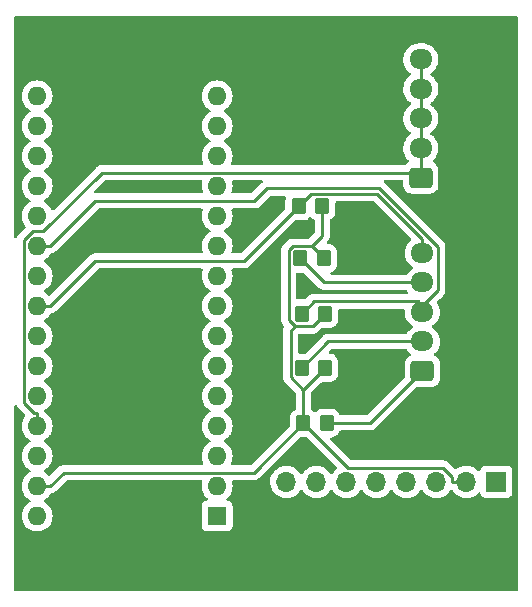
<source format=gbr>
%TF.GenerationSoftware,KiCad,Pcbnew,(6.0.7)*%
%TF.CreationDate,2023-03-11T00:51:02-05:00*%
%TF.ProjectId,GNERAL,474e4552-414c-42e6-9b69-6361645f7063,rev?*%
%TF.SameCoordinates,Original*%
%TF.FileFunction,Copper,L1,Top*%
%TF.FilePolarity,Positive*%
%FSLAX46Y46*%
G04 Gerber Fmt 4.6, Leading zero omitted, Abs format (unit mm)*
G04 Created by KiCad (PCBNEW (6.0.7)) date 2023-03-11 00:51:02*
%MOMM*%
%LPD*%
G01*
G04 APERTURE LIST*
G04 Aperture macros list*
%AMRoundRect*
0 Rectangle with rounded corners*
0 $1 Rounding radius*
0 $2 $3 $4 $5 $6 $7 $8 $9 X,Y pos of 4 corners*
0 Add a 4 corners polygon primitive as box body*
4,1,4,$2,$3,$4,$5,$6,$7,$8,$9,$2,$3,0*
0 Add four circle primitives for the rounded corners*
1,1,$1+$1,$2,$3*
1,1,$1+$1,$4,$5*
1,1,$1+$1,$6,$7*
1,1,$1+$1,$8,$9*
0 Add four rect primitives between the rounded corners*
20,1,$1+$1,$2,$3,$4,$5,0*
20,1,$1+$1,$4,$5,$6,$7,0*
20,1,$1+$1,$6,$7,$8,$9,0*
20,1,$1+$1,$8,$9,$2,$3,0*%
G04 Aperture macros list end*
%TA.AperFunction,SMDPad,CuDef*%
%ADD10RoundRect,0.250000X-0.350000X-0.450000X0.350000X-0.450000X0.350000X0.450000X-0.350000X0.450000X0*%
%TD*%
%TA.AperFunction,ComponentPad*%
%ADD11R,1.600000X1.600000*%
%TD*%
%TA.AperFunction,ComponentPad*%
%ADD12O,1.600000X1.600000*%
%TD*%
%TA.AperFunction,ComponentPad*%
%ADD13R,1.700000X1.700000*%
%TD*%
%TA.AperFunction,ComponentPad*%
%ADD14O,1.700000X1.700000*%
%TD*%
%TA.AperFunction,SMDPad,CuDef*%
%ADD15RoundRect,0.250000X0.350000X0.450000X-0.350000X0.450000X-0.350000X-0.450000X0.350000X-0.450000X0*%
%TD*%
%TA.AperFunction,ComponentPad*%
%ADD16RoundRect,0.250000X0.725000X-0.600000X0.725000X0.600000X-0.725000X0.600000X-0.725000X-0.600000X0*%
%TD*%
%TA.AperFunction,ComponentPad*%
%ADD17O,1.950000X1.700000*%
%TD*%
%TA.AperFunction,Conductor*%
%ADD18C,0.250000*%
%TD*%
G04 APERTURE END LIST*
D10*
%TO.P,R5,1*%
%TO.N,Net-(A1-Pad22)*%
X153850000Y-92570000D03*
%TO.P,R5,2*%
%TO.N,GND*%
X155850000Y-92570000D03*
%TD*%
D11*
%TO.P,A1,1,D1/TX*%
%TO.N,unconnected-(A1-Pad1)*%
X146810000Y-114380000D03*
D12*
%TO.P,A1,2,D0/RX*%
%TO.N,unconnected-(A1-Pad2)*%
X146810000Y-111840000D03*
%TO.P,A1,3,~{RESET}*%
%TO.N,unconnected-(A1-Pad3)*%
X146810000Y-109300000D03*
%TO.P,A1,4,GND*%
%TO.N,unconnected-(A1-Pad4)*%
X146810000Y-106760000D03*
%TO.P,A1,5,D2*%
%TO.N,unconnected-(A1-Pad5)*%
X146810000Y-104220000D03*
%TO.P,A1,6,D3*%
%TO.N,unconnected-(A1-Pad6)*%
X146810000Y-101680000D03*
%TO.P,A1,7,D4*%
%TO.N,unconnected-(A1-Pad7)*%
X146810000Y-99140000D03*
%TO.P,A1,8,D5*%
%TO.N,unconnected-(A1-Pad8)*%
X146810000Y-96600000D03*
%TO.P,A1,9,D6*%
%TO.N,unconnected-(A1-Pad9)*%
X146810000Y-94060000D03*
%TO.P,A1,10,D7*%
%TO.N,unconnected-(A1-Pad10)*%
X146810000Y-91520000D03*
%TO.P,A1,11,D8*%
%TO.N,unconnected-(A1-Pad11)*%
X146810000Y-88980000D03*
%TO.P,A1,12,D9*%
%TO.N,unconnected-(A1-Pad12)*%
X146810000Y-86440000D03*
%TO.P,A1,13,D10*%
%TO.N,unconnected-(A1-Pad13)*%
X146810000Y-83900000D03*
%TO.P,A1,14,D11*%
%TO.N,unconnected-(A1-Pad14)*%
X146810000Y-81360000D03*
%TO.P,A1,15,D12*%
%TO.N,unconnected-(A1-Pad15)*%
X146810000Y-78820000D03*
%TO.P,A1,16,D13*%
%TO.N,unconnected-(A1-Pad16)*%
X131570000Y-78820000D03*
%TO.P,A1,17,3V3*%
%TO.N,Net-(A1-Pad17)*%
X131570000Y-81360000D03*
%TO.P,A1,18,AREF*%
%TO.N,unconnected-(A1-Pad18)*%
X131570000Y-83900000D03*
%TO.P,A1,19,A0*%
%TO.N,Net-(A1-Pad19)*%
X131570000Y-86440000D03*
%TO.P,A1,20,A1*%
%TO.N,Net-(A1-Pad20)*%
X131570000Y-88980000D03*
%TO.P,A1,21,A2*%
%TO.N,Net-(A1-Pad21)*%
X131570000Y-91520000D03*
%TO.P,A1,22,A3*%
%TO.N,Net-(A1-Pad22)*%
X131570000Y-94060000D03*
%TO.P,A1,23,A4*%
%TO.N,Net-(A1-Pad23)*%
X131570000Y-96600000D03*
%TO.P,A1,24,A5*%
%TO.N,Net-(A1-Pad24)*%
X131570000Y-99140000D03*
%TO.P,A1,25,A6*%
%TO.N,Net-(A1-Pad25)*%
X131570000Y-101680000D03*
%TO.P,A1,26,A7*%
%TO.N,unconnected-(A1-Pad26)*%
X131570000Y-104220000D03*
%TO.P,A1,27,+5V*%
%TO.N,Net-(A1-Pad27)*%
X131570000Y-106760000D03*
%TO.P,A1,28,~{RESET}*%
%TO.N,unconnected-(A1-Pad28)*%
X131570000Y-109300000D03*
%TO.P,A1,29,GND*%
%TO.N,GND*%
X131570000Y-111840000D03*
%TO.P,A1,30,VIN*%
%TO.N,unconnected-(A1-Pad30)*%
X131570000Y-114380000D03*
%TD*%
D10*
%TO.P,R4,1*%
%TO.N,Net-(A1-Pad21)*%
X153960000Y-97260000D03*
%TO.P,R4,2*%
%TO.N,GND*%
X155960000Y-97260000D03*
%TD*%
%TO.P,R1,2*%
%TO.N,GND*%
X155710000Y-88150000D03*
%TO.P,R1,1*%
%TO.N,Net-(A1-Pad23)*%
X153710000Y-88150000D03*
%TD*%
D13*
%TO.P,J1,1,Pin_1*%
%TO.N,Net-(A1-Pad17)*%
X170450000Y-111490000D03*
D14*
%TO.P,J1,2,Pin_2*%
%TO.N,GND*%
X167910000Y-111490000D03*
%TO.P,J1,3,Pin_3*%
%TO.N,Net-(A1-Pad24)*%
X165370000Y-111490000D03*
%TO.P,J1,4,Pin_4*%
%TO.N,Net-(A1-Pad25)*%
X162830000Y-111490000D03*
%TO.P,J1,5,Pin_5*%
%TO.N,unconnected-(J1-Pad5)*%
X160290000Y-111490000D03*
%TO.P,J1,6,Pin_6*%
%TO.N,unconnected-(J1-Pad6)*%
X157750000Y-111490000D03*
%TO.P,J1,7,Pin_7*%
%TO.N,unconnected-(J1-Pad7)*%
X155210000Y-111490000D03*
%TO.P,J1,8,Pin_8*%
%TO.N,unconnected-(J1-Pad8)*%
X152670000Y-111490000D03*
%TD*%
D15*
%TO.P,R2,1*%
%TO.N,Net-(A1-Pad19)*%
X156110000Y-106510000D03*
%TO.P,R2,2*%
%TO.N,GND*%
X154110000Y-106510000D03*
%TD*%
D16*
%TO.P,VDD1,1,Pin_1*%
%TO.N,Net-(A1-Pad27)*%
X164060000Y-85730000D03*
D17*
%TO.P,VDD1,2,Pin_2*%
X164060000Y-83230000D03*
%TO.P,VDD1,3,Pin_3*%
X164060000Y-80730000D03*
%TO.P,VDD1,4,Pin_4*%
X164060000Y-78230000D03*
%TO.P,VDD1,5,Pin_5*%
X164060000Y-75730000D03*
%TD*%
D10*
%TO.P,R3,1*%
%TO.N,Net-(A1-Pad20)*%
X153960000Y-101850000D03*
%TO.P,R3,2*%
%TO.N,GND*%
X155960000Y-101850000D03*
%TD*%
D16*
%TO.P,Data1,1,Pin_1*%
%TO.N,Net-(A1-Pad19)*%
X164190000Y-102100000D03*
D17*
%TO.P,Data1,2,Pin_2*%
%TO.N,Net-(A1-Pad20)*%
X164190000Y-99600000D03*
%TO.P,Data1,3,Pin_3*%
%TO.N,Net-(A1-Pad21)*%
X164190000Y-97100000D03*
%TO.P,Data1,4,Pin_4*%
%TO.N,Net-(A1-Pad22)*%
X164190000Y-94600000D03*
%TO.P,Data1,5,Pin_5*%
%TO.N,Net-(A1-Pad23)*%
X164190000Y-92100000D03*
%TD*%
D18*
%TO.N,GND*%
X155960000Y-101850000D02*
X154111300Y-103698700D01*
X153032200Y-98693400D02*
X153398000Y-98327600D01*
X153032200Y-102619700D02*
X153032200Y-98693400D01*
X154111300Y-103698700D02*
X153032200Y-102619700D01*
X154892400Y-98327600D02*
X155960000Y-97260000D01*
X153398000Y-98327600D02*
X154892400Y-98327600D01*
X155710000Y-90649200D02*
X154819600Y-91539600D01*
X155710000Y-88150000D02*
X155710000Y-90649200D01*
X153223300Y-91539600D02*
X154819600Y-91539600D01*
X152872900Y-91890000D02*
X153223300Y-91539600D01*
X152872900Y-97802500D02*
X152872900Y-91890000D01*
X153398000Y-98327600D02*
X152872900Y-97802500D01*
X154819600Y-91539600D02*
X155850000Y-92570000D01*
X167910000Y-111490000D02*
X166734700Y-111490000D01*
X166734700Y-111122600D02*
X166734700Y-111490000D01*
X165926800Y-110314700D02*
X166734700Y-111122600D01*
X157917300Y-110314700D02*
X165926800Y-110314700D01*
X154111300Y-106508700D02*
X157917300Y-110314700D01*
X154111300Y-103698800D02*
X154111300Y-103698700D01*
X154111300Y-106508700D02*
X154111300Y-103698800D01*
X154111300Y-106508700D02*
X154110000Y-106510000D01*
X133820600Y-110714700D02*
X132695300Y-111840000D01*
X149905300Y-110714700D02*
X133820600Y-110714700D01*
X154110000Y-106510000D02*
X149905300Y-110714700D01*
X131570000Y-111840000D02*
X132695300Y-111840000D01*
%TO.N,Net-(A1-Pad27)*%
X164060000Y-75730000D02*
X164060000Y-78230000D01*
X164060000Y-78230000D02*
X164060000Y-80730000D01*
X164060000Y-80730000D02*
X164060000Y-83230000D01*
X131570000Y-106760000D02*
X131570000Y-105634700D01*
X131288600Y-105634700D02*
X131570000Y-105634700D01*
X130444700Y-104790800D02*
X131288600Y-105634700D01*
X130444700Y-91046200D02*
X130444700Y-104790800D01*
X131240900Y-90250000D02*
X130444700Y-91046200D01*
X132100200Y-90250000D02*
X131240900Y-90250000D01*
X137040200Y-85310000D02*
X132100200Y-90250000D01*
X164060000Y-85310000D02*
X137040200Y-85310000D01*
X164060000Y-83230000D02*
X164060000Y-85310000D01*
X164060000Y-85310000D02*
X164060000Y-85730000D01*
%TO.N,Net-(A1-Pad23)*%
X164190000Y-92100000D02*
X164190000Y-90924700D01*
X154750500Y-87109500D02*
X153710000Y-88150000D01*
X160374800Y-87109500D02*
X154750500Y-87109500D01*
X164190000Y-90924700D02*
X160374800Y-87109500D01*
X136505300Y-92790000D02*
X132695300Y-96600000D01*
X149070000Y-92790000D02*
X136505300Y-92790000D01*
X153710000Y-88150000D02*
X149070000Y-92790000D01*
X131570000Y-96600000D02*
X132695300Y-96600000D01*
%TO.N,Net-(A1-Pad22)*%
X164190000Y-94600000D02*
X162889700Y-94600000D01*
X155880000Y-94600000D02*
X153850000Y-92570000D01*
X162889700Y-94600000D02*
X155880000Y-94600000D01*
%TO.N,Net-(A1-Pad21)*%
X164190000Y-97100000D02*
X164190000Y-96584300D01*
X131570000Y-91520000D02*
X132695300Y-91520000D01*
X154996600Y-96223400D02*
X153960000Y-97260000D01*
X163829100Y-96223400D02*
X154996600Y-96223400D01*
X164190000Y-96584300D02*
X163829100Y-96223400D01*
X165511700Y-95262600D02*
X164190000Y-96584300D01*
X165511700Y-91609400D02*
X165511700Y-95262600D01*
X160547400Y-86645100D02*
X165511700Y-91609400D01*
X151043100Y-86645100D02*
X160547400Y-86645100D01*
X149978200Y-87710000D02*
X151043100Y-86645100D01*
X136505300Y-87710000D02*
X149978200Y-87710000D01*
X132695300Y-91520000D02*
X136505300Y-87710000D01*
%TO.N,Net-(A1-Pad20)*%
X156210000Y-99600000D02*
X153960000Y-101850000D01*
X164190000Y-99600000D02*
X156210000Y-99600000D01*
%TO.N,Net-(A1-Pad19)*%
X159780000Y-106510000D02*
X156110000Y-106510000D01*
X164190000Y-102100000D02*
X159780000Y-106510000D01*
%TD*%
%TA.AperFunction,NonConductor*%
G36*
X150611328Y-85963502D02*
G01*
X150657821Y-86017158D01*
X150667925Y-86087432D01*
X150638431Y-86152012D01*
X150617269Y-86171435D01*
X150612408Y-86174967D01*
X150605993Y-86179628D01*
X150600943Y-86185732D01*
X150600938Y-86185737D01*
X150577807Y-86213698D01*
X150569817Y-86222479D01*
X149752699Y-87039596D01*
X149690387Y-87073621D01*
X149663604Y-87076500D01*
X148154745Y-87076500D01*
X148086624Y-87056498D01*
X148040131Y-87002842D01*
X148030027Y-86932568D01*
X148040552Y-86897247D01*
X148041959Y-86894230D01*
X148041961Y-86894225D01*
X148044284Y-86889243D01*
X148103543Y-86668087D01*
X148123498Y-86440000D01*
X148103543Y-86211913D01*
X148102119Y-86206598D01*
X148102118Y-86206591D01*
X148074122Y-86102112D01*
X148075811Y-86031135D01*
X148115605Y-85972339D01*
X148180869Y-85944391D01*
X148195828Y-85943500D01*
X150543207Y-85943500D01*
X150611328Y-85963502D01*
G37*
%TD.AperFunction*%
%TA.AperFunction,NonConductor*%
G36*
X145492293Y-85963502D02*
G01*
X145538786Y-86017158D01*
X145548890Y-86087432D01*
X145545878Y-86102112D01*
X145517882Y-86206591D01*
X145517881Y-86206598D01*
X145516457Y-86211913D01*
X145496502Y-86440000D01*
X145516457Y-86668087D01*
X145575716Y-86889243D01*
X145578039Y-86894225D01*
X145578041Y-86894230D01*
X145579448Y-86897247D01*
X145579669Y-86898704D01*
X145579922Y-86899398D01*
X145579782Y-86899449D01*
X145590111Y-86967438D01*
X145561133Y-87032252D01*
X145501715Y-87071110D01*
X145465255Y-87076500D01*
X136584068Y-87076500D01*
X136572885Y-87075973D01*
X136565392Y-87074298D01*
X136557466Y-87074547D01*
X136557465Y-87074547D01*
X136497302Y-87076438D01*
X136493344Y-87076500D01*
X136473795Y-87076500D01*
X136405674Y-87056498D01*
X136359181Y-87002842D01*
X136349077Y-86932568D01*
X136378571Y-86867988D01*
X136384700Y-86861405D01*
X137265700Y-85980405D01*
X137328012Y-85946379D01*
X137354795Y-85943500D01*
X145424172Y-85943500D01*
X145492293Y-85963502D01*
G37*
%TD.AperFunction*%
%TA.AperFunction,NonConductor*%
G36*
X152594189Y-87298602D02*
G01*
X152640682Y-87352258D01*
X152650786Y-87422532D01*
X152645663Y-87444260D01*
X152612203Y-87545139D01*
X152601500Y-87649600D01*
X152601500Y-88310406D01*
X152581498Y-88378527D01*
X152564595Y-88399501D01*
X148844500Y-92119595D01*
X148782188Y-92153621D01*
X148755405Y-92156500D01*
X148154745Y-92156500D01*
X148086624Y-92136498D01*
X148040131Y-92082842D01*
X148030027Y-92012568D01*
X148040552Y-91977247D01*
X148041959Y-91974230D01*
X148041961Y-91974225D01*
X148044284Y-91969243D01*
X148045734Y-91963834D01*
X148102119Y-91753402D01*
X148102119Y-91753400D01*
X148103543Y-91748087D01*
X148123498Y-91520000D01*
X148103543Y-91291913D01*
X148078030Y-91196699D01*
X148045707Y-91076067D01*
X148045706Y-91076065D01*
X148044284Y-91070757D01*
X148037753Y-91056751D01*
X147949849Y-90868238D01*
X147949846Y-90868233D01*
X147947523Y-90863251D01*
X147853680Y-90729230D01*
X147819357Y-90680211D01*
X147819355Y-90680208D01*
X147816198Y-90675700D01*
X147654300Y-90513802D01*
X147649792Y-90510645D01*
X147649789Y-90510643D01*
X147472917Y-90386796D01*
X147466749Y-90382477D01*
X147461767Y-90380154D01*
X147461762Y-90380151D01*
X147427543Y-90364195D01*
X147374258Y-90317278D01*
X147354797Y-90249001D01*
X147375339Y-90181041D01*
X147427543Y-90135805D01*
X147461762Y-90119849D01*
X147461767Y-90119846D01*
X147466749Y-90117523D01*
X147571611Y-90044098D01*
X147649789Y-89989357D01*
X147649792Y-89989355D01*
X147654300Y-89986198D01*
X147816198Y-89824300D01*
X147947523Y-89636749D01*
X147949846Y-89631767D01*
X147949849Y-89631762D01*
X148041961Y-89434225D01*
X148041961Y-89434224D01*
X148044284Y-89429243D01*
X148065990Y-89348238D01*
X148102119Y-89213402D01*
X148102119Y-89213400D01*
X148103543Y-89208087D01*
X148123498Y-88980000D01*
X148103543Y-88751913D01*
X148102119Y-88746598D01*
X148045707Y-88536067D01*
X148045706Y-88536065D01*
X148044284Y-88530757D01*
X148040552Y-88522753D01*
X148040331Y-88521296D01*
X148040078Y-88520602D01*
X148040218Y-88520551D01*
X148029889Y-88452562D01*
X148058867Y-88387748D01*
X148118285Y-88348890D01*
X148154745Y-88343500D01*
X149899433Y-88343500D01*
X149910616Y-88344027D01*
X149918109Y-88345702D01*
X149926035Y-88345453D01*
X149926036Y-88345453D01*
X149986186Y-88343562D01*
X149990145Y-88343500D01*
X150018056Y-88343500D01*
X150021991Y-88343003D01*
X150022056Y-88342995D01*
X150033893Y-88342062D01*
X150066151Y-88341048D01*
X150070170Y-88340922D01*
X150078089Y-88340673D01*
X150097543Y-88335021D01*
X150116900Y-88331013D01*
X150129130Y-88329468D01*
X150129131Y-88329468D01*
X150136997Y-88328474D01*
X150144368Y-88325555D01*
X150144370Y-88325555D01*
X150178112Y-88312196D01*
X150189342Y-88308351D01*
X150224183Y-88298229D01*
X150224184Y-88298229D01*
X150231793Y-88296018D01*
X150238612Y-88291985D01*
X150238617Y-88291983D01*
X150249228Y-88285707D01*
X150266976Y-88277012D01*
X150285817Y-88269552D01*
X150321587Y-88243564D01*
X150331507Y-88237048D01*
X150362735Y-88218580D01*
X150362738Y-88218578D01*
X150369562Y-88214542D01*
X150383883Y-88200221D01*
X150398917Y-88187380D01*
X150408894Y-88180131D01*
X150415307Y-88175472D01*
X150420357Y-88169368D01*
X150420362Y-88169363D01*
X150443493Y-88141402D01*
X150451483Y-88132621D01*
X151268601Y-87315504D01*
X151330913Y-87281479D01*
X151357696Y-87278600D01*
X152526068Y-87278600D01*
X152594189Y-87298602D01*
G37*
%TD.AperFunction*%
%TA.AperFunction,NonConductor*%
G36*
X160128327Y-87763002D02*
G01*
X160149301Y-87779905D01*
X163220436Y-90851040D01*
X163254462Y-90913352D01*
X163249397Y-90984167D01*
X163211175Y-91037108D01*
X163210681Y-91037441D01*
X163206827Y-91041118D01*
X163206824Y-91041120D01*
X163155458Y-91090121D01*
X163043865Y-91196576D01*
X163040682Y-91200854D01*
X163022821Y-91224860D01*
X162906246Y-91381542D01*
X162903830Y-91386293D01*
X162903828Y-91386297D01*
X162867135Y-91458468D01*
X162801760Y-91587051D01*
X162800178Y-91592145D01*
X162800177Y-91592148D01*
X162768779Y-91693266D01*
X162733393Y-91807227D01*
X162732692Y-91812516D01*
X162704591Y-92024542D01*
X162703102Y-92035774D01*
X162703302Y-92041103D01*
X162703302Y-92041105D01*
X162707426Y-92150966D01*
X162711751Y-92266158D01*
X162759093Y-92491791D01*
X162761051Y-92496750D01*
X162761052Y-92496752D01*
X162825463Y-92659849D01*
X162843776Y-92706221D01*
X162963377Y-92903317D01*
X162966874Y-92907347D01*
X163108364Y-93070400D01*
X163114477Y-93077445D01*
X163118608Y-93080832D01*
X163288627Y-93220240D01*
X163288633Y-93220244D01*
X163292755Y-93223624D01*
X163324250Y-93241552D01*
X163373555Y-93292632D01*
X163387417Y-93362262D01*
X163361434Y-93428333D01*
X163332284Y-93455573D01*
X163210681Y-93537441D01*
X163043865Y-93696576D01*
X162906246Y-93881542D01*
X162903830Y-93886294D01*
X162903825Y-93886302D01*
X162898078Y-93897606D01*
X162849375Y-93949263D01*
X162785762Y-93966500D01*
X156535569Y-93966500D01*
X156467448Y-93946498D01*
X156420955Y-93892842D01*
X156410851Y-93822568D01*
X156440345Y-93757988D01*
X156495693Y-93720976D01*
X156516998Y-93713868D01*
X156523946Y-93711550D01*
X156674348Y-93618478D01*
X156799305Y-93493303D01*
X156803146Y-93487072D01*
X156888275Y-93348968D01*
X156888276Y-93348966D01*
X156892115Y-93342738D01*
X156931623Y-93223624D01*
X156945632Y-93181389D01*
X156945632Y-93181387D01*
X156947797Y-93174861D01*
X156958500Y-93070400D01*
X156958500Y-92069600D01*
X156956160Y-92047048D01*
X156948238Y-91970692D01*
X156948237Y-91970688D01*
X156947526Y-91963834D01*
X156891550Y-91796054D01*
X156798478Y-91645652D01*
X156673303Y-91520695D01*
X156667072Y-91516854D01*
X156528968Y-91431725D01*
X156528966Y-91431724D01*
X156522738Y-91427885D01*
X156432637Y-91398000D01*
X156361389Y-91374368D01*
X156361387Y-91374368D01*
X156354861Y-91372203D01*
X156348025Y-91371503D01*
X156348022Y-91371502D01*
X156304969Y-91367091D01*
X156250400Y-91361500D01*
X156199141Y-91361500D01*
X156131020Y-91341498D01*
X156084527Y-91287842D01*
X156074423Y-91217568D01*
X156103917Y-91152988D01*
X156114049Y-91143084D01*
X156117018Y-91141200D01*
X156139769Y-91116973D01*
X156163643Y-91091549D01*
X156166398Y-91088707D01*
X156186135Y-91068970D01*
X156188615Y-91065773D01*
X156196320Y-91056751D01*
X156226586Y-91024521D01*
X156230405Y-91017575D01*
X156230407Y-91017572D01*
X156236348Y-91006766D01*
X156247199Y-90990247D01*
X156247559Y-90989783D01*
X156259614Y-90974241D01*
X156262759Y-90966972D01*
X156262762Y-90966968D01*
X156277174Y-90933663D01*
X156282391Y-90923013D01*
X156303695Y-90884260D01*
X156308733Y-90864637D01*
X156315137Y-90845934D01*
X156320033Y-90834620D01*
X156320033Y-90834619D01*
X156323181Y-90827345D01*
X156324420Y-90819522D01*
X156324423Y-90819512D01*
X156330099Y-90783676D01*
X156332505Y-90772056D01*
X156341528Y-90736911D01*
X156341528Y-90736910D01*
X156343500Y-90729230D01*
X156343500Y-90708976D01*
X156345051Y-90689265D01*
X156346980Y-90677086D01*
X156348220Y-90669257D01*
X156344059Y-90625238D01*
X156343500Y-90613381D01*
X156343500Y-89386781D01*
X156363502Y-89318660D01*
X156403197Y-89279637D01*
X156528120Y-89202332D01*
X156534348Y-89198478D01*
X156659305Y-89073303D01*
X156752115Y-88922738D01*
X156807797Y-88754861D01*
X156818500Y-88650400D01*
X156818500Y-87869000D01*
X156838502Y-87800879D01*
X156892158Y-87754386D01*
X156944500Y-87743000D01*
X160060206Y-87743000D01*
X160128327Y-87763002D01*
G37*
%TD.AperFunction*%
%TA.AperFunction,NonConductor*%
G36*
X145533376Y-88363502D02*
G01*
X145579869Y-88417158D01*
X145589973Y-88487432D01*
X145579448Y-88522753D01*
X145575716Y-88530757D01*
X145574294Y-88536065D01*
X145574293Y-88536067D01*
X145517881Y-88746598D01*
X145516457Y-88751913D01*
X145496502Y-88980000D01*
X145516457Y-89208087D01*
X145517881Y-89213400D01*
X145517881Y-89213402D01*
X145554011Y-89348238D01*
X145575716Y-89429243D01*
X145578039Y-89434224D01*
X145578039Y-89434225D01*
X145670151Y-89631762D01*
X145670154Y-89631767D01*
X145672477Y-89636749D01*
X145803802Y-89824300D01*
X145965700Y-89986198D01*
X145970208Y-89989355D01*
X145970211Y-89989357D01*
X146048389Y-90044098D01*
X146153251Y-90117523D01*
X146158233Y-90119846D01*
X146158238Y-90119849D01*
X146192457Y-90135805D01*
X146245742Y-90182722D01*
X146265203Y-90250999D01*
X146244661Y-90318959D01*
X146192457Y-90364195D01*
X146158238Y-90380151D01*
X146158233Y-90380154D01*
X146153251Y-90382477D01*
X146147083Y-90386796D01*
X145970211Y-90510643D01*
X145970208Y-90510645D01*
X145965700Y-90513802D01*
X145803802Y-90675700D01*
X145800645Y-90680208D01*
X145800643Y-90680211D01*
X145766320Y-90729230D01*
X145672477Y-90863251D01*
X145670154Y-90868233D01*
X145670151Y-90868238D01*
X145582247Y-91056751D01*
X145575716Y-91070757D01*
X145574294Y-91076065D01*
X145574293Y-91076067D01*
X145541970Y-91196699D01*
X145516457Y-91291913D01*
X145496502Y-91520000D01*
X145516457Y-91748087D01*
X145517881Y-91753400D01*
X145517881Y-91753402D01*
X145574267Y-91963834D01*
X145575716Y-91969243D01*
X145578039Y-91974225D01*
X145578041Y-91974230D01*
X145579448Y-91977247D01*
X145579669Y-91978704D01*
X145579922Y-91979398D01*
X145579782Y-91979449D01*
X145590111Y-92047438D01*
X145561133Y-92112252D01*
X145501715Y-92151110D01*
X145465255Y-92156500D01*
X136584068Y-92156500D01*
X136572885Y-92155973D01*
X136565392Y-92154298D01*
X136557466Y-92154547D01*
X136557465Y-92154547D01*
X136497302Y-92156438D01*
X136493344Y-92156500D01*
X136465444Y-92156500D01*
X136461454Y-92157004D01*
X136449620Y-92157936D01*
X136405411Y-92159326D01*
X136397795Y-92161539D01*
X136397793Y-92161539D01*
X136385952Y-92164979D01*
X136366593Y-92168988D01*
X136365283Y-92169154D01*
X136346503Y-92171526D01*
X136339137Y-92174442D01*
X136339131Y-92174444D01*
X136305398Y-92187800D01*
X136294168Y-92191645D01*
X136259317Y-92201770D01*
X136251707Y-92203981D01*
X136244884Y-92208016D01*
X136234266Y-92214295D01*
X136216513Y-92222992D01*
X136208868Y-92226019D01*
X136197683Y-92230448D01*
X136191268Y-92235109D01*
X136161912Y-92256437D01*
X136151995Y-92262951D01*
X136113938Y-92285458D01*
X136099617Y-92299779D01*
X136084584Y-92312619D01*
X136068193Y-92324528D01*
X136063142Y-92330634D01*
X136040002Y-92358605D01*
X136032012Y-92367384D01*
X132699040Y-95700355D01*
X132636730Y-95734380D01*
X132565915Y-95729315D01*
X132520852Y-95700354D01*
X132414300Y-95593802D01*
X132409792Y-95590645D01*
X132409789Y-95590643D01*
X132235256Y-95468434D01*
X132226749Y-95462477D01*
X132221767Y-95460154D01*
X132221762Y-95460151D01*
X132187543Y-95444195D01*
X132134258Y-95397278D01*
X132114797Y-95329001D01*
X132135339Y-95261041D01*
X132187543Y-95215805D01*
X132221762Y-95199849D01*
X132221767Y-95199846D01*
X132226749Y-95197523D01*
X132350089Y-95111159D01*
X132409789Y-95069357D01*
X132409792Y-95069355D01*
X132414300Y-95066198D01*
X132576198Y-94904300D01*
X132707523Y-94716749D01*
X132709846Y-94711767D01*
X132709849Y-94711762D01*
X132801961Y-94514225D01*
X132801961Y-94514224D01*
X132804284Y-94509243D01*
X132863543Y-94288087D01*
X132883498Y-94060000D01*
X132863543Y-93831913D01*
X132859120Y-93815405D01*
X132805707Y-93616067D01*
X132805706Y-93616065D01*
X132804284Y-93610757D01*
X132799525Y-93600551D01*
X132709849Y-93408238D01*
X132709846Y-93408233D01*
X132707523Y-93403251D01*
X132599771Y-93249366D01*
X132579357Y-93220211D01*
X132579355Y-93220208D01*
X132576198Y-93215700D01*
X132414300Y-93053802D01*
X132409792Y-93050645D01*
X132409789Y-93050643D01*
X132331611Y-92995902D01*
X132226749Y-92922477D01*
X132221767Y-92920154D01*
X132221762Y-92920151D01*
X132187543Y-92904195D01*
X132134258Y-92857278D01*
X132114797Y-92789001D01*
X132135339Y-92721041D01*
X132187543Y-92675805D01*
X132221762Y-92659849D01*
X132221767Y-92659846D01*
X132226749Y-92657523D01*
X132331611Y-92584098D01*
X132409789Y-92529357D01*
X132409792Y-92529355D01*
X132414300Y-92526198D01*
X132576198Y-92364300D01*
X132599772Y-92330634D01*
X132681233Y-92214295D01*
X132688029Y-92204589D01*
X132743486Y-92160261D01*
X132779501Y-92152580D01*
X132779435Y-92152163D01*
X132787269Y-92150922D01*
X132795189Y-92150673D01*
X132814643Y-92145021D01*
X132834000Y-92141013D01*
X132846230Y-92139468D01*
X132846231Y-92139468D01*
X132854097Y-92138474D01*
X132861468Y-92135555D01*
X132861470Y-92135555D01*
X132895212Y-92122196D01*
X132906442Y-92118351D01*
X132941283Y-92108229D01*
X132941284Y-92108229D01*
X132948893Y-92106018D01*
X132955712Y-92101985D01*
X132955717Y-92101983D01*
X132966328Y-92095707D01*
X132984076Y-92087012D01*
X133002917Y-92079552D01*
X133038687Y-92053564D01*
X133048607Y-92047048D01*
X133079835Y-92028580D01*
X133079838Y-92028578D01*
X133086662Y-92024542D01*
X133100983Y-92010221D01*
X133116017Y-91997380D01*
X133125994Y-91990131D01*
X133132407Y-91985472D01*
X133160598Y-91951395D01*
X133168588Y-91942616D01*
X136730799Y-88380405D01*
X136793111Y-88346379D01*
X136819894Y-88343500D01*
X145465255Y-88343500D01*
X145533376Y-88363502D01*
G37*
%TD.AperFunction*%
%TA.AperFunction,NonConductor*%
G36*
X154178527Y-93798502D02*
G01*
X154199501Y-93815405D01*
X155376343Y-94992247D01*
X155383887Y-95000537D01*
X155388000Y-95007018D01*
X155393777Y-95012443D01*
X155437667Y-95053658D01*
X155440509Y-95056413D01*
X155460231Y-95076135D01*
X155463355Y-95078558D01*
X155463359Y-95078562D01*
X155463424Y-95078612D01*
X155472445Y-95086317D01*
X155504679Y-95116586D01*
X155511627Y-95120405D01*
X155511629Y-95120407D01*
X155522432Y-95126346D01*
X155538959Y-95137202D01*
X155548698Y-95144757D01*
X155548700Y-95144758D01*
X155554960Y-95149614D01*
X155595540Y-95167174D01*
X155606188Y-95172391D01*
X155644940Y-95193695D01*
X155652616Y-95195666D01*
X155652619Y-95195667D01*
X155664562Y-95198733D01*
X155683267Y-95205137D01*
X155701855Y-95213181D01*
X155709678Y-95214420D01*
X155709688Y-95214423D01*
X155745524Y-95220099D01*
X155757144Y-95222505D01*
X155792289Y-95231528D01*
X155799970Y-95233500D01*
X155820224Y-95233500D01*
X155839934Y-95235051D01*
X155859943Y-95238220D01*
X155867835Y-95237474D01*
X155903961Y-95234059D01*
X155915819Y-95233500D01*
X162789404Y-95233500D01*
X162857525Y-95253502D01*
X162897122Y-95294133D01*
X162959713Y-95397278D01*
X162960475Y-95398534D01*
X162978714Y-95467148D01*
X162956963Y-95534730D01*
X162902127Y-95579825D01*
X162852756Y-95589900D01*
X155075368Y-95589900D01*
X155064185Y-95589373D01*
X155056692Y-95587698D01*
X155048766Y-95587947D01*
X155048765Y-95587947D01*
X154988602Y-95589838D01*
X154984644Y-95589900D01*
X154956744Y-95589900D01*
X154952754Y-95590404D01*
X154940920Y-95591336D01*
X154896711Y-95592726D01*
X154889097Y-95594938D01*
X154889092Y-95594939D01*
X154877259Y-95598377D01*
X154857896Y-95602388D01*
X154837803Y-95604926D01*
X154830436Y-95607843D01*
X154830431Y-95607844D01*
X154796692Y-95621202D01*
X154785465Y-95625046D01*
X154743007Y-95637382D01*
X154736181Y-95641419D01*
X154725572Y-95647693D01*
X154707824Y-95656388D01*
X154688983Y-95663848D01*
X154682567Y-95668510D01*
X154682566Y-95668510D01*
X154653213Y-95689836D01*
X154643293Y-95696352D01*
X154612065Y-95714820D01*
X154612062Y-95714822D01*
X154605238Y-95718858D01*
X154590917Y-95733179D01*
X154575884Y-95746019D01*
X154559493Y-95757928D01*
X154554442Y-95764034D01*
X154531302Y-95792005D01*
X154523312Y-95800784D01*
X154309501Y-96014595D01*
X154247189Y-96048621D01*
X154220406Y-96051500D01*
X153632400Y-96051500D01*
X153564279Y-96031498D01*
X153517786Y-95977842D01*
X153506400Y-95925500D01*
X153506400Y-93904500D01*
X153526402Y-93836379D01*
X153580058Y-93789886D01*
X153632400Y-93778500D01*
X154110406Y-93778500D01*
X154178527Y-93798502D01*
G37*
%TD.AperFunction*%
%TA.AperFunction,NonConductor*%
G36*
X162651129Y-96876902D02*
G01*
X162697622Y-96930558D01*
X162707916Y-96999454D01*
X162703102Y-97035774D01*
X162711751Y-97266158D01*
X162759093Y-97491791D01*
X162843776Y-97706221D01*
X162846543Y-97710780D01*
X162846544Y-97710783D01*
X162878593Y-97763598D01*
X162963377Y-97903317D01*
X162966874Y-97907347D01*
X163095949Y-98056093D01*
X163114477Y-98077445D01*
X163118608Y-98080832D01*
X163288627Y-98220240D01*
X163288633Y-98220244D01*
X163292755Y-98223624D01*
X163324250Y-98241552D01*
X163373555Y-98292632D01*
X163387417Y-98362262D01*
X163361434Y-98428333D01*
X163332284Y-98455573D01*
X163210681Y-98537441D01*
X163043865Y-98696576D01*
X163040682Y-98700854D01*
X162997424Y-98758995D01*
X162906246Y-98881542D01*
X162903830Y-98886294D01*
X162903825Y-98886302D01*
X162898078Y-98897606D01*
X162849375Y-98949263D01*
X162785762Y-98966500D01*
X156288768Y-98966500D01*
X156277585Y-98965973D01*
X156270092Y-98964298D01*
X156262166Y-98964547D01*
X156262165Y-98964547D01*
X156202002Y-98966438D01*
X156198044Y-98966500D01*
X156170144Y-98966500D01*
X156166154Y-98967004D01*
X156154320Y-98967936D01*
X156110111Y-98969326D01*
X156102495Y-98971539D01*
X156102493Y-98971539D01*
X156090652Y-98974979D01*
X156071293Y-98978988D01*
X156069983Y-98979154D01*
X156051203Y-98981526D01*
X156043837Y-98984442D01*
X156043831Y-98984444D01*
X156010098Y-98997800D01*
X155998868Y-99001645D01*
X155964017Y-99011770D01*
X155956407Y-99013981D01*
X155949584Y-99018016D01*
X155938966Y-99024295D01*
X155921213Y-99032992D01*
X155913568Y-99036019D01*
X155902383Y-99040448D01*
X155895968Y-99045109D01*
X155866612Y-99066437D01*
X155856695Y-99072951D01*
X155818638Y-99095458D01*
X155804317Y-99109779D01*
X155789284Y-99122619D01*
X155772893Y-99134528D01*
X155767842Y-99140634D01*
X155744702Y-99168605D01*
X155736712Y-99177384D01*
X154309500Y-100604595D01*
X154247188Y-100638621D01*
X154220405Y-100641500D01*
X153791700Y-100641500D01*
X153723579Y-100621498D01*
X153677086Y-100567842D01*
X153665700Y-100515500D01*
X153665700Y-99087100D01*
X153685702Y-99018979D01*
X153739358Y-98972486D01*
X153791700Y-98961100D01*
X154813633Y-98961100D01*
X154824816Y-98961627D01*
X154832309Y-98963302D01*
X154840235Y-98963053D01*
X154840236Y-98963053D01*
X154900386Y-98961162D01*
X154904345Y-98961100D01*
X154932256Y-98961100D01*
X154936191Y-98960603D01*
X154936256Y-98960595D01*
X154948093Y-98959662D01*
X154980351Y-98958648D01*
X154984370Y-98958522D01*
X154992289Y-98958273D01*
X155011743Y-98952621D01*
X155031100Y-98948613D01*
X155043330Y-98947068D01*
X155043331Y-98947068D01*
X155051197Y-98946074D01*
X155058568Y-98943155D01*
X155058570Y-98943155D01*
X155092312Y-98929796D01*
X155103542Y-98925951D01*
X155138383Y-98915829D01*
X155138384Y-98915829D01*
X155145993Y-98913618D01*
X155152812Y-98909585D01*
X155152817Y-98909583D01*
X155163428Y-98903307D01*
X155181176Y-98894612D01*
X155200017Y-98887152D01*
X155213633Y-98877260D01*
X155235787Y-98861164D01*
X155245707Y-98854648D01*
X155276935Y-98836180D01*
X155276938Y-98836178D01*
X155283762Y-98832142D01*
X155298083Y-98817821D01*
X155313117Y-98804980D01*
X155329507Y-98793072D01*
X155357698Y-98758995D01*
X155365688Y-98750216D01*
X155610499Y-98505405D01*
X155672811Y-98471379D01*
X155699594Y-98468500D01*
X156360400Y-98468500D01*
X156363646Y-98468163D01*
X156363650Y-98468163D01*
X156459308Y-98458238D01*
X156459312Y-98458237D01*
X156466166Y-98457526D01*
X156472702Y-98455345D01*
X156472704Y-98455345D01*
X156626998Y-98403868D01*
X156633946Y-98401550D01*
X156784348Y-98308478D01*
X156909305Y-98183303D01*
X156971711Y-98082063D01*
X156998275Y-98038968D01*
X156998276Y-98038966D01*
X157002115Y-98032738D01*
X157033220Y-97938959D01*
X157055632Y-97871389D01*
X157055632Y-97871387D01*
X157057797Y-97864861D01*
X157068500Y-97760400D01*
X157068500Y-96982900D01*
X157088502Y-96914779D01*
X157142158Y-96868286D01*
X157194500Y-96856900D01*
X162583008Y-96856900D01*
X162651129Y-96876902D01*
G37*
%TD.AperFunction*%
%TA.AperFunction,NonConductor*%
G36*
X162857525Y-100253502D02*
G01*
X162897122Y-100294133D01*
X162963377Y-100403317D01*
X162966874Y-100407347D01*
X163053438Y-100507103D01*
X163114477Y-100577445D01*
X163150120Y-100606670D01*
X163190114Y-100665329D01*
X163192046Y-100736299D01*
X163155302Y-100797048D01*
X163136532Y-100811248D01*
X163089729Y-100840211D01*
X162990652Y-100901522D01*
X162865695Y-101026697D01*
X162772885Y-101177262D01*
X162717203Y-101345139D01*
X162706500Y-101449600D01*
X162706500Y-102635406D01*
X162686498Y-102703527D01*
X162669595Y-102724501D01*
X159554500Y-105839595D01*
X159492188Y-105873621D01*
X159465405Y-105876500D01*
X157289197Y-105876500D01*
X157221076Y-105856498D01*
X157174583Y-105802842D01*
X157169674Y-105790377D01*
X157153867Y-105742998D01*
X157153866Y-105742996D01*
X157151550Y-105736054D01*
X157092471Y-105640583D01*
X157062332Y-105591880D01*
X157058478Y-105585652D01*
X157030055Y-105557278D01*
X156938483Y-105465866D01*
X156933303Y-105460695D01*
X156927072Y-105456854D01*
X156788968Y-105371725D01*
X156788966Y-105371724D01*
X156782738Y-105367885D01*
X156700280Y-105340535D01*
X156621389Y-105314368D01*
X156621387Y-105314368D01*
X156614861Y-105312203D01*
X156608025Y-105311503D01*
X156608022Y-105311502D01*
X156564969Y-105307091D01*
X156510400Y-105301500D01*
X155709600Y-105301500D01*
X155706354Y-105301837D01*
X155706350Y-105301837D01*
X155610692Y-105311762D01*
X155610688Y-105311763D01*
X155603834Y-105312474D01*
X155597298Y-105314655D01*
X155597296Y-105314655D01*
X155519725Y-105340535D01*
X155436054Y-105368450D01*
X155285652Y-105461522D01*
X155280479Y-105466704D01*
X155199216Y-105548109D01*
X155136934Y-105582188D01*
X155066114Y-105577185D01*
X155021025Y-105548264D01*
X154938483Y-105465866D01*
X154933303Y-105460695D01*
X154922903Y-105454284D01*
X154804684Y-105381413D01*
X154757191Y-105328641D01*
X154744800Y-105274153D01*
X154744800Y-104013294D01*
X154764802Y-103945173D01*
X154781705Y-103924199D01*
X155610499Y-103095405D01*
X155672811Y-103061379D01*
X155699594Y-103058500D01*
X156360400Y-103058500D01*
X156363646Y-103058163D01*
X156363650Y-103058163D01*
X156459308Y-103048238D01*
X156459312Y-103048237D01*
X156466166Y-103047526D01*
X156472702Y-103045345D01*
X156472704Y-103045345D01*
X156626998Y-102993868D01*
X156633946Y-102991550D01*
X156784348Y-102898478D01*
X156909305Y-102773303D01*
X156913146Y-102767072D01*
X156998275Y-102628968D01*
X156998276Y-102628966D01*
X157002115Y-102622738D01*
X157034765Y-102524300D01*
X157055632Y-102461389D01*
X157055632Y-102461387D01*
X157057797Y-102454861D01*
X157068500Y-102350400D01*
X157068500Y-101349600D01*
X157067360Y-101338611D01*
X157058238Y-101250692D01*
X157058237Y-101250688D01*
X157057526Y-101243834D01*
X157037634Y-101184209D01*
X157003868Y-101083002D01*
X157001550Y-101076054D01*
X156908478Y-100925652D01*
X156888658Y-100905866D01*
X156788483Y-100805866D01*
X156783303Y-100800695D01*
X156777072Y-100796854D01*
X156638968Y-100711725D01*
X156638966Y-100711724D01*
X156632738Y-100707885D01*
X156541730Y-100677699D01*
X156471389Y-100654368D01*
X156471387Y-100654368D01*
X156464861Y-100652203D01*
X156458025Y-100651503D01*
X156458022Y-100651502D01*
X156363601Y-100641828D01*
X156363602Y-100641828D01*
X156360400Y-100641500D01*
X156360424Y-100641265D01*
X156294753Y-100618280D01*
X156251060Y-100562321D01*
X156244557Y-100491623D01*
X156279101Y-100426803D01*
X156435499Y-100270405D01*
X156497811Y-100236379D01*
X156524594Y-100233500D01*
X162789404Y-100233500D01*
X162857525Y-100253502D01*
G37*
%TD.AperFunction*%
%TA.AperFunction,NonConductor*%
G36*
X154753886Y-89082815D02*
G01*
X154798976Y-89111736D01*
X154886697Y-89199305D01*
X154892927Y-89203145D01*
X154892928Y-89203146D01*
X155016616Y-89279389D01*
X155064110Y-89332162D01*
X155076500Y-89386649D01*
X155076500Y-90334605D01*
X155056498Y-90402726D01*
X155039595Y-90423701D01*
X154594099Y-90869196D01*
X154531787Y-90903221D01*
X154505004Y-90906100D01*
X153302063Y-90906100D01*
X153290879Y-90905573D01*
X153283391Y-90903899D01*
X153275468Y-90904148D01*
X153215333Y-90906038D01*
X153211375Y-90906100D01*
X153183444Y-90906100D01*
X153179529Y-90906595D01*
X153179525Y-90906595D01*
X153179467Y-90906603D01*
X153179438Y-90906606D01*
X153167596Y-90907539D01*
X153123410Y-90908927D01*
X153108178Y-90913352D01*
X153103958Y-90914578D01*
X153084606Y-90918586D01*
X153072368Y-90920132D01*
X153072366Y-90920133D01*
X153064503Y-90921126D01*
X153023386Y-90937406D01*
X153012185Y-90941241D01*
X152969706Y-90953582D01*
X152962887Y-90957615D01*
X152962882Y-90957617D01*
X152952271Y-90963893D01*
X152934521Y-90972590D01*
X152915683Y-90980048D01*
X152909267Y-90984709D01*
X152909266Y-90984710D01*
X152879925Y-91006028D01*
X152870001Y-91012547D01*
X152838760Y-91031022D01*
X152838755Y-91031026D01*
X152831937Y-91035058D01*
X152817613Y-91049382D01*
X152802581Y-91062221D01*
X152786193Y-91074128D01*
X152758012Y-91108193D01*
X152750022Y-91116973D01*
X152480647Y-91386348D01*
X152472361Y-91393888D01*
X152465882Y-91398000D01*
X152460457Y-91403777D01*
X152419257Y-91447651D01*
X152416502Y-91450493D01*
X152396765Y-91470230D01*
X152394285Y-91473427D01*
X152386582Y-91482447D01*
X152356314Y-91514679D01*
X152352495Y-91521625D01*
X152352493Y-91521628D01*
X152346552Y-91532434D01*
X152335701Y-91548953D01*
X152323286Y-91564959D01*
X152320141Y-91572228D01*
X152320138Y-91572232D01*
X152305726Y-91605537D01*
X152300509Y-91616187D01*
X152279205Y-91654940D01*
X152277234Y-91662615D01*
X152277234Y-91662616D01*
X152274167Y-91674562D01*
X152267763Y-91693266D01*
X152259719Y-91711855D01*
X152258480Y-91719678D01*
X152258477Y-91719688D01*
X152252801Y-91755524D01*
X152250395Y-91767144D01*
X152239400Y-91809970D01*
X152239400Y-91830224D01*
X152237849Y-91849934D01*
X152234680Y-91869943D01*
X152235426Y-91877835D01*
X152238841Y-91913961D01*
X152239400Y-91925819D01*
X152239400Y-97723733D01*
X152238873Y-97734916D01*
X152237198Y-97742409D01*
X152237447Y-97750334D01*
X152237447Y-97750335D01*
X152239338Y-97810480D01*
X152239400Y-97814439D01*
X152239400Y-97842356D01*
X152239897Y-97846290D01*
X152239897Y-97846291D01*
X152239905Y-97846356D01*
X152240838Y-97858193D01*
X152242227Y-97902389D01*
X152247878Y-97921839D01*
X152251887Y-97941200D01*
X152254426Y-97961297D01*
X152257345Y-97968668D01*
X152257345Y-97968670D01*
X152270704Y-98002412D01*
X152274549Y-98013642D01*
X152286882Y-98056093D01*
X152290915Y-98062912D01*
X152290917Y-98062917D01*
X152297193Y-98073528D01*
X152305888Y-98091276D01*
X152313348Y-98110117D01*
X152318010Y-98116533D01*
X152318010Y-98116534D01*
X152339336Y-98145887D01*
X152345852Y-98155807D01*
X152351608Y-98165539D01*
X152368358Y-98193862D01*
X152382679Y-98208183D01*
X152395519Y-98223216D01*
X152407428Y-98239607D01*
X152413536Y-98244660D01*
X152413537Y-98244661D01*
X152430907Y-98259031D01*
X152470645Y-98317864D01*
X152472268Y-98388842D01*
X152466236Y-98406141D01*
X152465033Y-98408922D01*
X152459809Y-98419587D01*
X152438505Y-98458340D01*
X152436534Y-98466015D01*
X152436534Y-98466016D01*
X152433467Y-98477962D01*
X152427063Y-98496666D01*
X152419019Y-98515255D01*
X152417780Y-98523078D01*
X152417777Y-98523088D01*
X152412101Y-98558924D01*
X152409695Y-98570544D01*
X152398700Y-98613370D01*
X152398700Y-98633624D01*
X152397149Y-98653334D01*
X152393980Y-98673343D01*
X152394726Y-98681235D01*
X152398141Y-98717361D01*
X152398700Y-98729219D01*
X152398700Y-102540921D01*
X152398171Y-102552139D01*
X152396495Y-102559638D01*
X152396744Y-102567554D01*
X152396744Y-102567556D01*
X152398638Y-102627715D01*
X152398700Y-102631679D01*
X152398700Y-102659556D01*
X152399196Y-102663482D01*
X152399196Y-102663484D01*
X152399207Y-102663567D01*
X152400139Y-102675395D01*
X152401531Y-102719619D01*
X152403742Y-102727227D01*
X152407178Y-102739052D01*
X152411190Y-102758421D01*
X152413726Y-102778497D01*
X152429178Y-102817523D01*
X152430008Y-102819620D01*
X152433845Y-102830825D01*
X152446193Y-102873320D01*
X152450229Y-102880143D01*
X152456497Y-102890740D01*
X152465198Y-102908500D01*
X152472648Y-102927317D01*
X152498659Y-102963118D01*
X152505150Y-102973001D01*
X152527676Y-103011086D01*
X152533283Y-103016692D01*
X152541991Y-103025400D01*
X152554834Y-103040437D01*
X152558400Y-103045345D01*
X152566728Y-103056807D01*
X152600811Y-103085003D01*
X152609571Y-103092974D01*
X153292728Y-103776067D01*
X153440891Y-103924216D01*
X153474919Y-103986527D01*
X153477800Y-104013316D01*
X153477800Y-105272414D01*
X153457798Y-105340535D01*
X153418103Y-105379558D01*
X153364967Y-105412440D01*
X153285652Y-105461522D01*
X153160695Y-105586697D01*
X153156855Y-105592927D01*
X153156854Y-105592928D01*
X153140074Y-105620151D01*
X153067885Y-105737262D01*
X153012203Y-105905139D01*
X153001500Y-106009600D01*
X153001500Y-106670406D01*
X152981498Y-106738527D01*
X152964595Y-106759501D01*
X149679800Y-110044295D01*
X149617488Y-110078321D01*
X149590705Y-110081200D01*
X148087271Y-110081200D01*
X148019150Y-110061198D01*
X147972657Y-110007542D01*
X147962553Y-109937268D01*
X147973076Y-109901950D01*
X148041961Y-109754225D01*
X148041961Y-109754224D01*
X148044284Y-109749243D01*
X148051851Y-109721005D01*
X148102119Y-109533402D01*
X148102119Y-109533400D01*
X148103543Y-109528087D01*
X148123498Y-109300000D01*
X148103543Y-109071913D01*
X148044284Y-108850757D01*
X148041961Y-108845775D01*
X147949849Y-108648238D01*
X147949846Y-108648233D01*
X147947523Y-108643251D01*
X147816198Y-108455700D01*
X147654300Y-108293802D01*
X147649792Y-108290645D01*
X147649789Y-108290643D01*
X147571611Y-108235902D01*
X147466749Y-108162477D01*
X147461767Y-108160154D01*
X147461762Y-108160151D01*
X147427543Y-108144195D01*
X147374258Y-108097278D01*
X147354797Y-108029001D01*
X147375339Y-107961041D01*
X147427543Y-107915805D01*
X147461762Y-107899849D01*
X147461767Y-107899846D01*
X147466749Y-107897523D01*
X147571611Y-107824098D01*
X147649789Y-107769357D01*
X147649792Y-107769355D01*
X147654300Y-107766198D01*
X147816198Y-107604300D01*
X147845585Y-107562332D01*
X147874098Y-107521611D01*
X147947523Y-107416749D01*
X147949846Y-107411767D01*
X147949849Y-107411762D01*
X148041961Y-107214225D01*
X148041961Y-107214224D01*
X148044284Y-107209243D01*
X148062658Y-107140673D01*
X148102119Y-106993402D01*
X148102119Y-106993400D01*
X148103543Y-106988087D01*
X148123498Y-106760000D01*
X148103543Y-106531913D01*
X148044284Y-106310757D01*
X148041961Y-106305775D01*
X147949849Y-106108238D01*
X147949846Y-106108233D01*
X147947523Y-106103251D01*
X147874098Y-105998389D01*
X147819357Y-105920211D01*
X147819355Y-105920208D01*
X147816198Y-105915700D01*
X147654300Y-105753802D01*
X147649792Y-105750645D01*
X147649789Y-105750643D01*
X147533083Y-105668925D01*
X147466749Y-105622477D01*
X147461767Y-105620154D01*
X147461762Y-105620151D01*
X147427543Y-105604195D01*
X147374258Y-105557278D01*
X147354797Y-105489001D01*
X147375339Y-105421041D01*
X147427543Y-105375805D01*
X147461762Y-105359849D01*
X147461767Y-105359846D01*
X147466749Y-105357523D01*
X147644639Y-105232963D01*
X147649789Y-105229357D01*
X147649792Y-105229355D01*
X147654300Y-105226198D01*
X147816198Y-105064300D01*
X147825083Y-105051612D01*
X147896514Y-104949597D01*
X147947523Y-104876749D01*
X147949846Y-104871767D01*
X147949849Y-104871762D01*
X148041961Y-104674225D01*
X148041961Y-104674224D01*
X148044284Y-104669243D01*
X148103543Y-104448087D01*
X148123498Y-104220000D01*
X148103543Y-103991913D01*
X148044284Y-103770757D01*
X148041961Y-103765775D01*
X147949849Y-103568238D01*
X147949846Y-103568233D01*
X147947523Y-103563251D01*
X147864964Y-103445345D01*
X147819357Y-103380211D01*
X147819355Y-103380208D01*
X147816198Y-103375700D01*
X147654300Y-103213802D01*
X147649792Y-103210645D01*
X147649789Y-103210643D01*
X147571611Y-103155902D01*
X147466749Y-103082477D01*
X147461767Y-103080154D01*
X147461762Y-103080151D01*
X147427543Y-103064195D01*
X147374258Y-103017278D01*
X147354797Y-102949001D01*
X147375339Y-102881041D01*
X147427543Y-102835805D01*
X147461762Y-102819849D01*
X147461767Y-102819846D01*
X147466749Y-102817523D01*
X147629552Y-102703527D01*
X147649789Y-102689357D01*
X147649792Y-102689355D01*
X147654300Y-102686198D01*
X147816198Y-102524300D01*
X147947523Y-102336749D01*
X147949846Y-102331767D01*
X147949849Y-102331762D01*
X148041961Y-102134225D01*
X148041961Y-102134224D01*
X148044284Y-102129243D01*
X148103543Y-101908087D01*
X148123498Y-101680000D01*
X148103543Y-101451913D01*
X148102066Y-101446402D01*
X148045707Y-101236067D01*
X148045706Y-101236065D01*
X148044284Y-101230757D01*
X148041961Y-101225775D01*
X147949849Y-101028238D01*
X147949846Y-101028233D01*
X147947523Y-101023251D01*
X147816198Y-100835700D01*
X147654300Y-100673802D01*
X147649792Y-100670645D01*
X147649789Y-100670643D01*
X147555462Y-100604595D01*
X147466749Y-100542477D01*
X147461767Y-100540154D01*
X147461762Y-100540151D01*
X147427543Y-100524195D01*
X147374258Y-100477278D01*
X147354797Y-100409001D01*
X147375339Y-100341041D01*
X147427543Y-100295805D01*
X147461762Y-100279849D01*
X147461767Y-100279846D01*
X147466749Y-100277523D01*
X147571611Y-100204098D01*
X147649789Y-100149357D01*
X147649792Y-100149355D01*
X147654300Y-100146198D01*
X147816198Y-99984300D01*
X147947523Y-99796749D01*
X147949846Y-99791767D01*
X147949849Y-99791762D01*
X148041961Y-99594225D01*
X148041961Y-99594224D01*
X148044284Y-99589243D01*
X148084496Y-99439173D01*
X148102119Y-99373402D01*
X148102119Y-99373400D01*
X148103543Y-99368087D01*
X148123498Y-99140000D01*
X148103543Y-98911913D01*
X148101237Y-98903307D01*
X148045707Y-98696067D01*
X148045706Y-98696065D01*
X148044284Y-98690757D01*
X148026834Y-98653335D01*
X147949849Y-98488238D01*
X147949846Y-98488233D01*
X147947523Y-98483251D01*
X147867075Y-98368359D01*
X147819357Y-98300211D01*
X147819355Y-98300208D01*
X147816198Y-98295700D01*
X147654300Y-98133802D01*
X147649792Y-98130645D01*
X147649789Y-98130643D01*
X147509966Y-98032738D01*
X147466749Y-98002477D01*
X147461767Y-98000154D01*
X147461762Y-98000151D01*
X147427543Y-97984195D01*
X147374258Y-97937278D01*
X147354797Y-97869001D01*
X147375339Y-97801041D01*
X147427543Y-97755805D01*
X147461762Y-97739849D01*
X147461767Y-97739846D01*
X147466749Y-97737523D01*
X147644659Y-97612949D01*
X147649789Y-97609357D01*
X147649792Y-97609355D01*
X147654300Y-97606198D01*
X147816198Y-97444300D01*
X147947523Y-97256749D01*
X147949846Y-97251767D01*
X147949849Y-97251762D01*
X148041961Y-97054225D01*
X148041961Y-97054224D01*
X148044284Y-97049243D01*
X148049067Y-97031395D01*
X148102119Y-96833402D01*
X148102119Y-96833400D01*
X148103543Y-96828087D01*
X148123498Y-96600000D01*
X148103543Y-96371913D01*
X148083385Y-96296683D01*
X148045707Y-96156067D01*
X148045706Y-96156065D01*
X148044284Y-96150757D01*
X147963653Y-95977842D01*
X147949849Y-95948238D01*
X147949846Y-95948233D01*
X147947523Y-95943251D01*
X147816198Y-95755700D01*
X147654300Y-95593802D01*
X147649792Y-95590645D01*
X147649789Y-95590643D01*
X147475256Y-95468434D01*
X147466749Y-95462477D01*
X147461767Y-95460154D01*
X147461762Y-95460151D01*
X147427543Y-95444195D01*
X147374258Y-95397278D01*
X147354797Y-95329001D01*
X147375339Y-95261041D01*
X147427543Y-95215805D01*
X147461762Y-95199849D01*
X147461767Y-95199846D01*
X147466749Y-95197523D01*
X147590089Y-95111159D01*
X147649789Y-95069357D01*
X147649792Y-95069355D01*
X147654300Y-95066198D01*
X147816198Y-94904300D01*
X147947523Y-94716749D01*
X147949846Y-94711767D01*
X147949849Y-94711762D01*
X148041961Y-94514225D01*
X148041961Y-94514224D01*
X148044284Y-94509243D01*
X148103543Y-94288087D01*
X148123498Y-94060000D01*
X148103543Y-93831913D01*
X148099120Y-93815405D01*
X148045707Y-93616067D01*
X148045706Y-93616065D01*
X148044284Y-93610757D01*
X148040552Y-93602753D01*
X148040331Y-93601296D01*
X148040078Y-93600602D01*
X148040218Y-93600551D01*
X148029889Y-93532562D01*
X148058867Y-93467748D01*
X148118285Y-93428890D01*
X148154745Y-93423500D01*
X148991233Y-93423500D01*
X149002416Y-93424027D01*
X149009909Y-93425702D01*
X149017835Y-93425453D01*
X149017836Y-93425453D01*
X149077986Y-93423562D01*
X149081945Y-93423500D01*
X149109856Y-93423500D01*
X149113791Y-93423003D01*
X149113856Y-93422995D01*
X149125693Y-93422062D01*
X149157951Y-93421048D01*
X149161970Y-93420922D01*
X149169889Y-93420673D01*
X149189343Y-93415021D01*
X149208700Y-93411013D01*
X149220930Y-93409468D01*
X149220931Y-93409468D01*
X149228797Y-93408474D01*
X149236168Y-93405555D01*
X149236170Y-93405555D01*
X149269912Y-93392196D01*
X149281142Y-93388351D01*
X149315983Y-93378229D01*
X149315984Y-93378229D01*
X149323593Y-93376018D01*
X149330412Y-93371985D01*
X149330417Y-93371983D01*
X149341028Y-93365707D01*
X149358776Y-93357012D01*
X149377617Y-93349552D01*
X149413387Y-93323564D01*
X149423307Y-93317048D01*
X149454535Y-93298580D01*
X149454538Y-93298578D01*
X149461362Y-93294542D01*
X149475683Y-93280221D01*
X149490717Y-93267380D01*
X149500694Y-93260131D01*
X149507107Y-93255472D01*
X149535298Y-93221395D01*
X149543288Y-93212616D01*
X153360500Y-89395405D01*
X153422812Y-89361379D01*
X153449595Y-89358500D01*
X154110400Y-89358500D01*
X154113646Y-89358163D01*
X154113650Y-89358163D01*
X154209308Y-89348238D01*
X154209312Y-89348237D01*
X154216166Y-89347526D01*
X154222702Y-89345345D01*
X154222704Y-89345345D01*
X154376998Y-89293868D01*
X154383946Y-89291550D01*
X154534348Y-89198478D01*
X154620784Y-89111891D01*
X154683066Y-89077812D01*
X154753886Y-89082815D01*
G37*
%TD.AperFunction*%
%TA.AperFunction,NonConductor*%
G36*
X145533376Y-93443502D02*
G01*
X145579869Y-93497158D01*
X145589973Y-93567432D01*
X145579448Y-93602753D01*
X145575716Y-93610757D01*
X145574294Y-93616065D01*
X145574293Y-93616067D01*
X145520880Y-93815405D01*
X145516457Y-93831913D01*
X145496502Y-94060000D01*
X145516457Y-94288087D01*
X145575716Y-94509243D01*
X145578039Y-94514224D01*
X145578039Y-94514225D01*
X145670151Y-94711762D01*
X145670154Y-94711767D01*
X145672477Y-94716749D01*
X145803802Y-94904300D01*
X145965700Y-95066198D01*
X145970208Y-95069355D01*
X145970211Y-95069357D01*
X146029911Y-95111159D01*
X146153251Y-95197523D01*
X146158233Y-95199846D01*
X146158238Y-95199849D01*
X146192457Y-95215805D01*
X146245742Y-95262722D01*
X146265203Y-95330999D01*
X146244661Y-95398959D01*
X146192457Y-95444195D01*
X146158238Y-95460151D01*
X146158233Y-95460154D01*
X146153251Y-95462477D01*
X146144744Y-95468434D01*
X145970211Y-95590643D01*
X145970208Y-95590645D01*
X145965700Y-95593802D01*
X145803802Y-95755700D01*
X145672477Y-95943251D01*
X145670154Y-95948233D01*
X145670151Y-95948238D01*
X145656347Y-95977842D01*
X145575716Y-96150757D01*
X145574294Y-96156065D01*
X145574293Y-96156067D01*
X145536615Y-96296683D01*
X145516457Y-96371913D01*
X145496502Y-96600000D01*
X145516457Y-96828087D01*
X145517881Y-96833400D01*
X145517881Y-96833402D01*
X145570934Y-97031395D01*
X145575716Y-97049243D01*
X145578039Y-97054224D01*
X145578039Y-97054225D01*
X145670151Y-97251762D01*
X145670154Y-97251767D01*
X145672477Y-97256749D01*
X145803802Y-97444300D01*
X145965700Y-97606198D01*
X145970208Y-97609355D01*
X145970211Y-97609357D01*
X145975341Y-97612949D01*
X146153251Y-97737523D01*
X146158233Y-97739846D01*
X146158238Y-97739849D01*
X146192457Y-97755805D01*
X146245742Y-97802722D01*
X146265203Y-97870999D01*
X146244661Y-97938959D01*
X146192457Y-97984195D01*
X146158238Y-98000151D01*
X146158233Y-98000154D01*
X146153251Y-98002477D01*
X146110034Y-98032738D01*
X145970211Y-98130643D01*
X145970208Y-98130645D01*
X145965700Y-98133802D01*
X145803802Y-98295700D01*
X145800645Y-98300208D01*
X145800643Y-98300211D01*
X145752925Y-98368359D01*
X145672477Y-98483251D01*
X145670154Y-98488233D01*
X145670151Y-98488238D01*
X145593166Y-98653335D01*
X145575716Y-98690757D01*
X145574294Y-98696065D01*
X145574293Y-98696067D01*
X145518763Y-98903307D01*
X145516457Y-98911913D01*
X145496502Y-99140000D01*
X145516457Y-99368087D01*
X145517881Y-99373400D01*
X145517881Y-99373402D01*
X145535505Y-99439173D01*
X145575716Y-99589243D01*
X145578039Y-99594224D01*
X145578039Y-99594225D01*
X145670151Y-99791762D01*
X145670154Y-99791767D01*
X145672477Y-99796749D01*
X145803802Y-99984300D01*
X145965700Y-100146198D01*
X145970208Y-100149355D01*
X145970211Y-100149357D01*
X146048389Y-100204098D01*
X146153251Y-100277523D01*
X146158233Y-100279846D01*
X146158238Y-100279849D01*
X146192457Y-100295805D01*
X146245742Y-100342722D01*
X146265203Y-100410999D01*
X146244661Y-100478959D01*
X146192457Y-100524195D01*
X146158238Y-100540151D01*
X146158233Y-100540154D01*
X146153251Y-100542477D01*
X146064538Y-100604595D01*
X145970211Y-100670643D01*
X145970208Y-100670645D01*
X145965700Y-100673802D01*
X145803802Y-100835700D01*
X145672477Y-101023251D01*
X145670154Y-101028233D01*
X145670151Y-101028238D01*
X145578039Y-101225775D01*
X145575716Y-101230757D01*
X145574294Y-101236065D01*
X145574293Y-101236067D01*
X145517934Y-101446402D01*
X145516457Y-101451913D01*
X145496502Y-101680000D01*
X145516457Y-101908087D01*
X145575716Y-102129243D01*
X145578039Y-102134224D01*
X145578039Y-102134225D01*
X145670151Y-102331762D01*
X145670154Y-102331767D01*
X145672477Y-102336749D01*
X145803802Y-102524300D01*
X145965700Y-102686198D01*
X145970208Y-102689355D01*
X145970211Y-102689357D01*
X145990448Y-102703527D01*
X146153251Y-102817523D01*
X146158233Y-102819846D01*
X146158238Y-102819849D01*
X146192457Y-102835805D01*
X146245742Y-102882722D01*
X146265203Y-102950999D01*
X146244661Y-103018959D01*
X146192457Y-103064195D01*
X146158238Y-103080151D01*
X146158233Y-103080154D01*
X146153251Y-103082477D01*
X146048389Y-103155902D01*
X145970211Y-103210643D01*
X145970208Y-103210645D01*
X145965700Y-103213802D01*
X145803802Y-103375700D01*
X145800645Y-103380208D01*
X145800643Y-103380211D01*
X145755036Y-103445345D01*
X145672477Y-103563251D01*
X145670154Y-103568233D01*
X145670151Y-103568238D01*
X145578039Y-103765775D01*
X145575716Y-103770757D01*
X145516457Y-103991913D01*
X145496502Y-104220000D01*
X145516457Y-104448087D01*
X145575716Y-104669243D01*
X145578039Y-104674224D01*
X145578039Y-104674225D01*
X145670151Y-104871762D01*
X145670154Y-104871767D01*
X145672477Y-104876749D01*
X145723486Y-104949597D01*
X145794918Y-105051612D01*
X145803802Y-105064300D01*
X145965700Y-105226198D01*
X145970208Y-105229355D01*
X145970211Y-105229357D01*
X145975361Y-105232963D01*
X146153251Y-105357523D01*
X146158233Y-105359846D01*
X146158238Y-105359849D01*
X146192457Y-105375805D01*
X146245742Y-105422722D01*
X146265203Y-105490999D01*
X146244661Y-105558959D01*
X146192457Y-105604195D01*
X146158238Y-105620151D01*
X146158233Y-105620154D01*
X146153251Y-105622477D01*
X146086917Y-105668925D01*
X145970211Y-105750643D01*
X145970208Y-105750645D01*
X145965700Y-105753802D01*
X145803802Y-105915700D01*
X145800645Y-105920208D01*
X145800643Y-105920211D01*
X145745902Y-105998389D01*
X145672477Y-106103251D01*
X145670154Y-106108233D01*
X145670151Y-106108238D01*
X145578039Y-106305775D01*
X145575716Y-106310757D01*
X145516457Y-106531913D01*
X145496502Y-106760000D01*
X145516457Y-106988087D01*
X145517881Y-106993400D01*
X145517881Y-106993402D01*
X145557343Y-107140673D01*
X145575716Y-107209243D01*
X145578039Y-107214224D01*
X145578039Y-107214225D01*
X145670151Y-107411762D01*
X145670154Y-107411767D01*
X145672477Y-107416749D01*
X145745902Y-107521611D01*
X145774416Y-107562332D01*
X145803802Y-107604300D01*
X145965700Y-107766198D01*
X145970208Y-107769355D01*
X145970211Y-107769357D01*
X146048389Y-107824098D01*
X146153251Y-107897523D01*
X146158233Y-107899846D01*
X146158238Y-107899849D01*
X146192457Y-107915805D01*
X146245742Y-107962722D01*
X146265203Y-108030999D01*
X146244661Y-108098959D01*
X146192457Y-108144195D01*
X146158238Y-108160151D01*
X146158233Y-108160154D01*
X146153251Y-108162477D01*
X146048389Y-108235902D01*
X145970211Y-108290643D01*
X145970208Y-108290645D01*
X145965700Y-108293802D01*
X145803802Y-108455700D01*
X145672477Y-108643251D01*
X145670154Y-108648233D01*
X145670151Y-108648238D01*
X145578039Y-108845775D01*
X145575716Y-108850757D01*
X145516457Y-109071913D01*
X145496502Y-109300000D01*
X145516457Y-109528087D01*
X145517881Y-109533400D01*
X145517881Y-109533402D01*
X145568150Y-109721005D01*
X145575716Y-109749243D01*
X145578039Y-109754224D01*
X145578039Y-109754225D01*
X145646924Y-109901950D01*
X145657585Y-109972142D01*
X145628605Y-110036955D01*
X145569185Y-110075811D01*
X145532729Y-110081200D01*
X133899368Y-110081200D01*
X133888185Y-110080673D01*
X133880692Y-110078998D01*
X133872766Y-110079247D01*
X133872765Y-110079247D01*
X133812602Y-110081138D01*
X133808644Y-110081200D01*
X133780744Y-110081200D01*
X133776754Y-110081704D01*
X133764920Y-110082636D01*
X133720711Y-110084026D01*
X133713095Y-110086239D01*
X133713093Y-110086239D01*
X133701252Y-110089679D01*
X133681893Y-110093688D01*
X133680583Y-110093854D01*
X133661803Y-110096226D01*
X133654437Y-110099142D01*
X133654431Y-110099144D01*
X133620698Y-110112500D01*
X133609468Y-110116345D01*
X133574617Y-110126470D01*
X133567007Y-110128681D01*
X133559883Y-110132894D01*
X133549566Y-110138995D01*
X133531813Y-110147692D01*
X133530538Y-110148197D01*
X133512983Y-110155148D01*
X133490943Y-110171161D01*
X133477212Y-110181137D01*
X133467295Y-110187651D01*
X133429238Y-110210158D01*
X133414917Y-110224479D01*
X133399884Y-110237319D01*
X133383493Y-110249228D01*
X133378443Y-110255332D01*
X133378438Y-110255337D01*
X133355307Y-110283298D01*
X133347317Y-110292079D01*
X132699041Y-110940354D01*
X132636729Y-110974379D01*
X132565913Y-110969314D01*
X132520851Y-110940353D01*
X132414300Y-110833802D01*
X132409792Y-110830645D01*
X132409789Y-110830643D01*
X132331611Y-110775902D01*
X132226749Y-110702477D01*
X132221767Y-110700154D01*
X132221762Y-110700151D01*
X132187543Y-110684195D01*
X132134258Y-110637278D01*
X132114797Y-110569001D01*
X132135339Y-110501041D01*
X132187543Y-110455805D01*
X132221762Y-110439849D01*
X132221767Y-110439846D01*
X132226749Y-110437523D01*
X132366580Y-110339612D01*
X132409789Y-110309357D01*
X132409792Y-110309355D01*
X132414300Y-110306198D01*
X132576198Y-110144300D01*
X132583551Y-110133800D01*
X132671957Y-110007542D01*
X132707523Y-109956749D01*
X132709846Y-109951767D01*
X132709849Y-109951762D01*
X132801961Y-109754225D01*
X132801961Y-109754224D01*
X132804284Y-109749243D01*
X132811851Y-109721005D01*
X132862119Y-109533402D01*
X132862119Y-109533400D01*
X132863543Y-109528087D01*
X132883498Y-109300000D01*
X132863543Y-109071913D01*
X132804284Y-108850757D01*
X132801961Y-108845775D01*
X132709849Y-108648238D01*
X132709846Y-108648233D01*
X132707523Y-108643251D01*
X132576198Y-108455700D01*
X132414300Y-108293802D01*
X132409792Y-108290645D01*
X132409789Y-108290643D01*
X132331611Y-108235902D01*
X132226749Y-108162477D01*
X132221767Y-108160154D01*
X132221762Y-108160151D01*
X132187543Y-108144195D01*
X132134258Y-108097278D01*
X132114797Y-108029001D01*
X132135339Y-107961041D01*
X132187543Y-107915805D01*
X132221762Y-107899849D01*
X132221767Y-107899846D01*
X132226749Y-107897523D01*
X132331611Y-107824098D01*
X132409789Y-107769357D01*
X132409792Y-107769355D01*
X132414300Y-107766198D01*
X132576198Y-107604300D01*
X132605585Y-107562332D01*
X132634098Y-107521611D01*
X132707523Y-107416749D01*
X132709846Y-107411767D01*
X132709849Y-107411762D01*
X132801961Y-107214225D01*
X132801961Y-107214224D01*
X132804284Y-107209243D01*
X132822658Y-107140673D01*
X132862119Y-106993402D01*
X132862119Y-106993400D01*
X132863543Y-106988087D01*
X132883498Y-106760000D01*
X132863543Y-106531913D01*
X132804284Y-106310757D01*
X132801961Y-106305775D01*
X132709849Y-106108238D01*
X132709846Y-106108233D01*
X132707523Y-106103251D01*
X132634098Y-105998389D01*
X132579357Y-105920211D01*
X132579355Y-105920208D01*
X132576198Y-105915700D01*
X132414300Y-105753802D01*
X132409792Y-105750645D01*
X132409789Y-105750643D01*
X132252607Y-105640583D01*
X132208279Y-105585126D01*
X132199127Y-105545282D01*
X132197723Y-105522963D01*
X132197723Y-105522962D01*
X132197225Y-105515050D01*
X132194679Y-105507213D01*
X132189506Y-105484069D01*
X132189468Y-105483770D01*
X132188474Y-105475903D01*
X132188474Y-105475900D01*
X132189634Y-105475753D01*
X132191804Y-105412440D01*
X132232211Y-105354063D01*
X132239142Y-105348845D01*
X132267997Y-105328641D01*
X132317771Y-105293789D01*
X132409789Y-105229357D01*
X132409792Y-105229355D01*
X132414300Y-105226198D01*
X132576198Y-105064300D01*
X132585083Y-105051612D01*
X132656514Y-104949597D01*
X132707523Y-104876749D01*
X132709846Y-104871767D01*
X132709849Y-104871762D01*
X132801961Y-104674225D01*
X132801961Y-104674224D01*
X132804284Y-104669243D01*
X132863543Y-104448087D01*
X132883498Y-104220000D01*
X132863543Y-103991913D01*
X132804284Y-103770757D01*
X132801961Y-103765775D01*
X132709849Y-103568238D01*
X132709846Y-103568233D01*
X132707523Y-103563251D01*
X132624964Y-103445345D01*
X132579357Y-103380211D01*
X132579355Y-103380208D01*
X132576198Y-103375700D01*
X132414300Y-103213802D01*
X132409792Y-103210645D01*
X132409789Y-103210643D01*
X132331611Y-103155902D01*
X132226749Y-103082477D01*
X132221767Y-103080154D01*
X132221762Y-103080151D01*
X132187543Y-103064195D01*
X132134258Y-103017278D01*
X132114797Y-102949001D01*
X132135339Y-102881041D01*
X132187543Y-102835805D01*
X132221762Y-102819849D01*
X132221767Y-102819846D01*
X132226749Y-102817523D01*
X132389552Y-102703527D01*
X132409789Y-102689357D01*
X132409792Y-102689355D01*
X132414300Y-102686198D01*
X132576198Y-102524300D01*
X132707523Y-102336749D01*
X132709846Y-102331767D01*
X132709849Y-102331762D01*
X132801961Y-102134225D01*
X132801961Y-102134224D01*
X132804284Y-102129243D01*
X132863543Y-101908087D01*
X132883498Y-101680000D01*
X132863543Y-101451913D01*
X132862066Y-101446402D01*
X132805707Y-101236067D01*
X132805706Y-101236065D01*
X132804284Y-101230757D01*
X132801961Y-101225775D01*
X132709849Y-101028238D01*
X132709846Y-101028233D01*
X132707523Y-101023251D01*
X132576198Y-100835700D01*
X132414300Y-100673802D01*
X132409792Y-100670645D01*
X132409789Y-100670643D01*
X132315462Y-100604595D01*
X132226749Y-100542477D01*
X132221767Y-100540154D01*
X132221762Y-100540151D01*
X132187543Y-100524195D01*
X132134258Y-100477278D01*
X132114797Y-100409001D01*
X132135339Y-100341041D01*
X132187543Y-100295805D01*
X132221762Y-100279849D01*
X132221767Y-100279846D01*
X132226749Y-100277523D01*
X132331611Y-100204098D01*
X132409789Y-100149357D01*
X132409792Y-100149355D01*
X132414300Y-100146198D01*
X132576198Y-99984300D01*
X132707523Y-99796749D01*
X132709846Y-99791767D01*
X132709849Y-99791762D01*
X132801961Y-99594225D01*
X132801961Y-99594224D01*
X132804284Y-99589243D01*
X132844496Y-99439173D01*
X132862119Y-99373402D01*
X132862119Y-99373400D01*
X132863543Y-99368087D01*
X132883498Y-99140000D01*
X132863543Y-98911913D01*
X132861237Y-98903307D01*
X132805707Y-98696067D01*
X132805706Y-98696065D01*
X132804284Y-98690757D01*
X132786834Y-98653335D01*
X132709849Y-98488238D01*
X132709846Y-98488233D01*
X132707523Y-98483251D01*
X132627075Y-98368359D01*
X132579357Y-98300211D01*
X132579355Y-98300208D01*
X132576198Y-98295700D01*
X132414300Y-98133802D01*
X132409792Y-98130645D01*
X132409789Y-98130643D01*
X132269966Y-98032738D01*
X132226749Y-98002477D01*
X132221767Y-98000154D01*
X132221762Y-98000151D01*
X132187543Y-97984195D01*
X132134258Y-97937278D01*
X132114797Y-97869001D01*
X132135339Y-97801041D01*
X132187543Y-97755805D01*
X132221762Y-97739849D01*
X132221767Y-97739846D01*
X132226749Y-97737523D01*
X132404659Y-97612949D01*
X132409789Y-97609357D01*
X132409792Y-97609355D01*
X132414300Y-97606198D01*
X132576198Y-97444300D01*
X132688029Y-97284589D01*
X132743486Y-97240261D01*
X132779501Y-97232580D01*
X132779435Y-97232163D01*
X132787269Y-97230922D01*
X132795189Y-97230673D01*
X132814643Y-97225021D01*
X132834000Y-97221013D01*
X132846230Y-97219468D01*
X132846231Y-97219468D01*
X132854097Y-97218474D01*
X132861468Y-97215555D01*
X132861470Y-97215555D01*
X132895212Y-97202196D01*
X132906442Y-97198351D01*
X132941283Y-97188229D01*
X132941284Y-97188229D01*
X132948893Y-97186018D01*
X132955712Y-97181985D01*
X132955717Y-97181983D01*
X132966328Y-97175707D01*
X132984076Y-97167012D01*
X133002917Y-97159552D01*
X133038687Y-97133564D01*
X133048607Y-97127048D01*
X133079835Y-97108580D01*
X133079838Y-97108578D01*
X133086662Y-97104542D01*
X133100983Y-97090221D01*
X133116017Y-97077380D01*
X133125994Y-97070131D01*
X133132407Y-97065472D01*
X133160598Y-97031395D01*
X133168588Y-97022616D01*
X136730799Y-93460405D01*
X136793111Y-93426379D01*
X136819894Y-93423500D01*
X145465255Y-93423500D01*
X145533376Y-93443502D01*
G37*
%TD.AperFunction*%
%TA.AperFunction,NonConductor*%
G36*
X172213621Y-72068502D02*
G01*
X172260114Y-72122158D01*
X172271500Y-72174500D01*
X172271500Y-120615500D01*
X172251498Y-120683621D01*
X172197842Y-120730114D01*
X172145500Y-120741500D01*
X129754500Y-120741500D01*
X129686379Y-120721498D01*
X129639886Y-120667842D01*
X129628500Y-120615500D01*
X129628500Y-105115755D01*
X129648502Y-105047634D01*
X129702158Y-105001141D01*
X129772432Y-104991037D01*
X129837012Y-105020531D01*
X129862951Y-105051612D01*
X129868992Y-105061826D01*
X129877688Y-105079576D01*
X129885148Y-105098417D01*
X129889810Y-105104833D01*
X129889810Y-105104834D01*
X129911136Y-105134187D01*
X129917652Y-105144107D01*
X129940158Y-105182162D01*
X129954479Y-105196483D01*
X129967319Y-105211516D01*
X129979228Y-105227907D01*
X129985333Y-105232958D01*
X129985338Y-105232963D01*
X130013298Y-105256094D01*
X130022076Y-105264081D01*
X130316955Y-105558959D01*
X130534300Y-105776304D01*
X130568325Y-105838617D01*
X130563261Y-105909432D01*
X130548419Y-105937669D01*
X130432477Y-106103251D01*
X130430154Y-106108233D01*
X130430151Y-106108238D01*
X130338039Y-106305775D01*
X130335716Y-106310757D01*
X130276457Y-106531913D01*
X130256502Y-106760000D01*
X130276457Y-106988087D01*
X130277881Y-106993400D01*
X130277881Y-106993402D01*
X130317343Y-107140673D01*
X130335716Y-107209243D01*
X130338039Y-107214224D01*
X130338039Y-107214225D01*
X130430151Y-107411762D01*
X130430154Y-107411767D01*
X130432477Y-107416749D01*
X130505902Y-107521611D01*
X130534416Y-107562332D01*
X130563802Y-107604300D01*
X130725700Y-107766198D01*
X130730208Y-107769355D01*
X130730211Y-107769357D01*
X130808389Y-107824098D01*
X130913251Y-107897523D01*
X130918233Y-107899846D01*
X130918238Y-107899849D01*
X130952457Y-107915805D01*
X131005742Y-107962722D01*
X131025203Y-108030999D01*
X131004661Y-108098959D01*
X130952457Y-108144195D01*
X130918238Y-108160151D01*
X130918233Y-108160154D01*
X130913251Y-108162477D01*
X130808389Y-108235902D01*
X130730211Y-108290643D01*
X130730208Y-108290645D01*
X130725700Y-108293802D01*
X130563802Y-108455700D01*
X130432477Y-108643251D01*
X130430154Y-108648233D01*
X130430151Y-108648238D01*
X130338039Y-108845775D01*
X130335716Y-108850757D01*
X130276457Y-109071913D01*
X130256502Y-109300000D01*
X130276457Y-109528087D01*
X130277881Y-109533400D01*
X130277881Y-109533402D01*
X130328150Y-109721005D01*
X130335716Y-109749243D01*
X130338039Y-109754224D01*
X130338039Y-109754225D01*
X130430151Y-109951762D01*
X130430154Y-109951767D01*
X130432477Y-109956749D01*
X130468043Y-110007542D01*
X130556450Y-110133800D01*
X130563802Y-110144300D01*
X130725700Y-110306198D01*
X130730208Y-110309355D01*
X130730211Y-110309357D01*
X130773420Y-110339612D01*
X130913251Y-110437523D01*
X130918233Y-110439846D01*
X130918238Y-110439849D01*
X130952457Y-110455805D01*
X131005742Y-110502722D01*
X131025203Y-110570999D01*
X131004661Y-110638959D01*
X130952457Y-110684195D01*
X130918238Y-110700151D01*
X130918233Y-110700154D01*
X130913251Y-110702477D01*
X130808389Y-110775902D01*
X130730211Y-110830643D01*
X130730208Y-110830645D01*
X130725700Y-110833802D01*
X130563802Y-110995700D01*
X130560645Y-111000208D01*
X130560643Y-111000211D01*
X130543778Y-111024297D01*
X130432477Y-111183251D01*
X130430154Y-111188233D01*
X130430151Y-111188238D01*
X130338039Y-111385775D01*
X130335716Y-111390757D01*
X130276457Y-111611913D01*
X130256502Y-111840000D01*
X130276457Y-112068087D01*
X130277881Y-112073400D01*
X130277881Y-112073402D01*
X130330934Y-112271395D01*
X130335716Y-112289243D01*
X130338039Y-112294224D01*
X130338039Y-112294225D01*
X130430151Y-112491762D01*
X130430154Y-112491767D01*
X130432477Y-112496749D01*
X130489578Y-112578297D01*
X130549009Y-112663173D01*
X130563802Y-112684300D01*
X130725700Y-112846198D01*
X130730208Y-112849355D01*
X130730211Y-112849357D01*
X130744711Y-112859510D01*
X130913251Y-112977523D01*
X130918233Y-112979846D01*
X130918238Y-112979849D01*
X130952457Y-112995805D01*
X131005742Y-113042722D01*
X131025203Y-113110999D01*
X131004661Y-113178959D01*
X130952457Y-113224195D01*
X130918238Y-113240151D01*
X130918233Y-113240154D01*
X130913251Y-113242477D01*
X130808389Y-113315902D01*
X130730211Y-113370643D01*
X130730208Y-113370645D01*
X130725700Y-113373802D01*
X130563802Y-113535700D01*
X130432477Y-113723251D01*
X130430154Y-113728233D01*
X130430151Y-113728238D01*
X130338039Y-113925775D01*
X130335716Y-113930757D01*
X130276457Y-114151913D01*
X130256502Y-114380000D01*
X130276457Y-114608087D01*
X130335716Y-114829243D01*
X130338039Y-114834224D01*
X130338039Y-114834225D01*
X130430151Y-115031762D01*
X130430154Y-115031767D01*
X130432477Y-115036749D01*
X130563802Y-115224300D01*
X130725700Y-115386198D01*
X130730208Y-115389355D01*
X130730211Y-115389357D01*
X130771542Y-115418297D01*
X130913251Y-115517523D01*
X130918233Y-115519846D01*
X130918238Y-115519849D01*
X131115775Y-115611961D01*
X131120757Y-115614284D01*
X131126065Y-115615706D01*
X131126067Y-115615707D01*
X131336598Y-115672119D01*
X131336600Y-115672119D01*
X131341913Y-115673543D01*
X131570000Y-115693498D01*
X131798087Y-115673543D01*
X131803400Y-115672119D01*
X131803402Y-115672119D01*
X132013933Y-115615707D01*
X132013935Y-115615706D01*
X132019243Y-115614284D01*
X132024225Y-115611961D01*
X132221762Y-115519849D01*
X132221767Y-115519846D01*
X132226749Y-115517523D01*
X132368458Y-115418297D01*
X132409789Y-115389357D01*
X132409792Y-115389355D01*
X132414300Y-115386198D01*
X132576198Y-115224300D01*
X132707523Y-115036749D01*
X132709846Y-115031767D01*
X132709849Y-115031762D01*
X132801961Y-114834225D01*
X132801961Y-114834224D01*
X132804284Y-114829243D01*
X132863543Y-114608087D01*
X132883498Y-114380000D01*
X132863543Y-114151913D01*
X132804284Y-113930757D01*
X132801961Y-113925775D01*
X132709849Y-113728238D01*
X132709846Y-113728233D01*
X132707523Y-113723251D01*
X132576198Y-113535700D01*
X132414300Y-113373802D01*
X132409792Y-113370645D01*
X132409789Y-113370643D01*
X132331611Y-113315902D01*
X132226749Y-113242477D01*
X132221767Y-113240154D01*
X132221762Y-113240151D01*
X132187543Y-113224195D01*
X132134258Y-113177278D01*
X132114797Y-113109001D01*
X132135339Y-113041041D01*
X132187543Y-112995805D01*
X132221762Y-112979849D01*
X132221767Y-112979846D01*
X132226749Y-112977523D01*
X132395289Y-112859510D01*
X132409789Y-112849357D01*
X132409792Y-112849355D01*
X132414300Y-112846198D01*
X132576198Y-112684300D01*
X132590992Y-112663173D01*
X132683419Y-112531173D01*
X132688029Y-112524589D01*
X132743486Y-112480261D01*
X132779501Y-112472580D01*
X132779435Y-112472163D01*
X132787269Y-112470922D01*
X132795189Y-112470673D01*
X132814643Y-112465021D01*
X132834000Y-112461013D01*
X132846230Y-112459468D01*
X132846231Y-112459468D01*
X132854097Y-112458474D01*
X132861468Y-112455555D01*
X132861470Y-112455555D01*
X132895212Y-112442196D01*
X132906442Y-112438351D01*
X132941283Y-112428229D01*
X132941284Y-112428229D01*
X132948893Y-112426018D01*
X132955712Y-112421985D01*
X132955717Y-112421983D01*
X132966328Y-112415707D01*
X132984076Y-112407012D01*
X133002917Y-112399552D01*
X133038687Y-112373564D01*
X133048607Y-112367048D01*
X133079835Y-112348580D01*
X133079838Y-112348578D01*
X133086662Y-112344542D01*
X133100983Y-112330221D01*
X133116017Y-112317380D01*
X133125994Y-112310131D01*
X133132407Y-112305472D01*
X133160598Y-112271395D01*
X133168588Y-112262616D01*
X134046099Y-111385105D01*
X134108411Y-111351079D01*
X134135194Y-111348200D01*
X145422912Y-111348200D01*
X145491033Y-111368202D01*
X145537526Y-111421858D01*
X145547630Y-111492132D01*
X145544619Y-111506811D01*
X145516457Y-111611913D01*
X145496502Y-111840000D01*
X145516457Y-112068087D01*
X145517881Y-112073400D01*
X145517881Y-112073402D01*
X145570934Y-112271395D01*
X145575716Y-112289243D01*
X145578039Y-112294224D01*
X145578039Y-112294225D01*
X145670151Y-112491762D01*
X145670154Y-112491767D01*
X145672477Y-112496749D01*
X145729578Y-112578297D01*
X145789009Y-112663173D01*
X145803802Y-112684300D01*
X145965700Y-112846198D01*
X145970211Y-112849357D01*
X145974424Y-112852892D01*
X145973473Y-112854026D01*
X146013471Y-112904071D01*
X146020776Y-112974690D01*
X145988742Y-113038049D01*
X145927538Y-113074030D01*
X145910483Y-113077082D01*
X145899684Y-113078255D01*
X145763295Y-113129385D01*
X145646739Y-113216739D01*
X145559385Y-113333295D01*
X145508255Y-113469684D01*
X145501500Y-113531866D01*
X145501500Y-115228134D01*
X145508255Y-115290316D01*
X145559385Y-115426705D01*
X145646739Y-115543261D01*
X145763295Y-115630615D01*
X145899684Y-115681745D01*
X145961866Y-115688500D01*
X147658134Y-115688500D01*
X147720316Y-115681745D01*
X147856705Y-115630615D01*
X147973261Y-115543261D01*
X148060615Y-115426705D01*
X148111745Y-115290316D01*
X148118500Y-115228134D01*
X148118500Y-113531866D01*
X148111745Y-113469684D01*
X148060615Y-113333295D01*
X147973261Y-113216739D01*
X147856705Y-113129385D01*
X147720316Y-113078255D01*
X147709526Y-113077083D01*
X147707394Y-113076197D01*
X147704778Y-113075575D01*
X147704879Y-113075152D01*
X147643965Y-113049845D01*
X147603537Y-112991483D01*
X147601078Y-112920529D01*
X147637371Y-112859510D01*
X147646031Y-112852511D01*
X147649793Y-112849354D01*
X147654300Y-112846198D01*
X147816198Y-112684300D01*
X147830992Y-112663173D01*
X147890422Y-112578297D01*
X147947523Y-112496749D01*
X147949846Y-112491767D01*
X147949849Y-112491762D01*
X148041961Y-112294225D01*
X148041961Y-112294224D01*
X148044284Y-112289243D01*
X148049067Y-112271395D01*
X148102119Y-112073402D01*
X148102119Y-112073400D01*
X148103543Y-112068087D01*
X148123498Y-111840000D01*
X148103543Y-111611913D01*
X148075381Y-111506811D01*
X148077071Y-111435835D01*
X148116865Y-111377039D01*
X148182129Y-111349091D01*
X148197088Y-111348200D01*
X149826533Y-111348200D01*
X149837716Y-111348727D01*
X149845209Y-111350402D01*
X149853135Y-111350153D01*
X149853136Y-111350153D01*
X149913286Y-111348262D01*
X149917245Y-111348200D01*
X149945156Y-111348200D01*
X149949091Y-111347703D01*
X149949156Y-111347695D01*
X149960993Y-111346762D01*
X149993251Y-111345748D01*
X149997270Y-111345622D01*
X150005189Y-111345373D01*
X150024643Y-111339721D01*
X150044000Y-111335713D01*
X150056230Y-111334168D01*
X150056231Y-111334168D01*
X150064097Y-111333174D01*
X150071468Y-111330255D01*
X150071470Y-111330255D01*
X150105212Y-111316896D01*
X150116442Y-111313051D01*
X150151283Y-111302929D01*
X150151284Y-111302929D01*
X150158893Y-111300718D01*
X150165712Y-111296685D01*
X150165717Y-111296683D01*
X150176328Y-111290407D01*
X150194076Y-111281712D01*
X150212917Y-111274252D01*
X150248687Y-111248264D01*
X150258607Y-111241748D01*
X150289835Y-111223280D01*
X150289838Y-111223278D01*
X150296662Y-111219242D01*
X150310983Y-111204921D01*
X150326017Y-111192080D01*
X150335994Y-111184831D01*
X150342407Y-111180172D01*
X150370598Y-111146095D01*
X150378588Y-111137316D01*
X153760500Y-107755405D01*
X153822812Y-107721379D01*
X153849595Y-107718500D01*
X154373006Y-107718500D01*
X154441127Y-107738502D01*
X154462101Y-107755405D01*
X156932126Y-110225431D01*
X156966152Y-110287743D01*
X156961087Y-110358559D01*
X156918685Y-110415285D01*
X156844965Y-110470635D01*
X156815908Y-110501041D01*
X156750010Y-110570000D01*
X156690629Y-110632138D01*
X156583201Y-110789621D01*
X156528293Y-110834621D01*
X156457768Y-110842792D01*
X156394021Y-110811538D01*
X156373324Y-110787054D01*
X156292822Y-110662617D01*
X156292820Y-110662614D01*
X156290014Y-110658277D01*
X156139670Y-110493051D01*
X156135619Y-110489852D01*
X156135615Y-110489848D01*
X155968414Y-110357800D01*
X155968410Y-110357798D01*
X155964359Y-110354598D01*
X155768789Y-110246638D01*
X155763920Y-110244914D01*
X155763916Y-110244912D01*
X155563087Y-110173795D01*
X155563083Y-110173794D01*
X155558212Y-110172069D01*
X155553119Y-110171162D01*
X155553116Y-110171161D01*
X155343373Y-110133800D01*
X155343367Y-110133799D01*
X155338284Y-110132894D01*
X155264452Y-110131992D01*
X155120081Y-110130228D01*
X155120079Y-110130228D01*
X155114911Y-110130165D01*
X154894091Y-110163955D01*
X154681756Y-110233357D01*
X154651443Y-110249137D01*
X154535762Y-110309357D01*
X154483607Y-110336507D01*
X154479474Y-110339610D01*
X154479471Y-110339612D01*
X154309100Y-110467530D01*
X154304965Y-110470635D01*
X154275908Y-110501041D01*
X154210010Y-110570000D01*
X154150629Y-110632138D01*
X154043201Y-110789621D01*
X153988293Y-110834621D01*
X153917768Y-110842792D01*
X153854021Y-110811538D01*
X153833324Y-110787054D01*
X153752822Y-110662617D01*
X153752820Y-110662614D01*
X153750014Y-110658277D01*
X153599670Y-110493051D01*
X153595619Y-110489852D01*
X153595615Y-110489848D01*
X153428414Y-110357800D01*
X153428410Y-110357798D01*
X153424359Y-110354598D01*
X153228789Y-110246638D01*
X153223920Y-110244914D01*
X153223916Y-110244912D01*
X153023087Y-110173795D01*
X153023083Y-110173794D01*
X153018212Y-110172069D01*
X153013119Y-110171162D01*
X153013116Y-110171161D01*
X152803373Y-110133800D01*
X152803367Y-110133799D01*
X152798284Y-110132894D01*
X152724452Y-110131992D01*
X152580081Y-110130228D01*
X152580079Y-110130228D01*
X152574911Y-110130165D01*
X152354091Y-110163955D01*
X152141756Y-110233357D01*
X152111443Y-110249137D01*
X151995762Y-110309357D01*
X151943607Y-110336507D01*
X151939474Y-110339610D01*
X151939471Y-110339612D01*
X151769100Y-110467530D01*
X151764965Y-110470635D01*
X151735908Y-110501041D01*
X151670010Y-110570000D01*
X151610629Y-110632138D01*
X151484743Y-110816680D01*
X151390688Y-111019305D01*
X151330989Y-111234570D01*
X151307251Y-111456695D01*
X151307548Y-111461848D01*
X151307548Y-111461851D01*
X151315894Y-111606598D01*
X151320110Y-111679715D01*
X151321247Y-111684761D01*
X151321248Y-111684767D01*
X151345304Y-111791508D01*
X151369222Y-111897639D01*
X151453266Y-112104616D01*
X151490685Y-112165678D01*
X151567291Y-112290688D01*
X151569987Y-112295088D01*
X151716250Y-112463938D01*
X151888126Y-112606632D01*
X152081000Y-112719338D01*
X152289692Y-112799030D01*
X152294760Y-112800061D01*
X152294763Y-112800062D01*
X152402017Y-112821883D01*
X152508597Y-112843567D01*
X152513772Y-112843757D01*
X152513774Y-112843757D01*
X152726673Y-112851564D01*
X152726677Y-112851564D01*
X152731837Y-112851753D01*
X152736957Y-112851097D01*
X152736959Y-112851097D01*
X152948288Y-112824025D01*
X152948289Y-112824025D01*
X152953416Y-112823368D01*
X152958366Y-112821883D01*
X153162429Y-112760661D01*
X153162434Y-112760659D01*
X153167384Y-112759174D01*
X153367994Y-112660896D01*
X153549860Y-112531173D01*
X153622814Y-112458474D01*
X153655383Y-112426018D01*
X153708096Y-112373489D01*
X153728897Y-112344542D01*
X153838453Y-112192077D01*
X153839776Y-112193028D01*
X153886645Y-112149857D01*
X153956580Y-112137625D01*
X154022026Y-112165144D01*
X154049875Y-112196994D01*
X154109987Y-112295088D01*
X154256250Y-112463938D01*
X154428126Y-112606632D01*
X154621000Y-112719338D01*
X154829692Y-112799030D01*
X154834760Y-112800061D01*
X154834763Y-112800062D01*
X154942017Y-112821883D01*
X155048597Y-112843567D01*
X155053772Y-112843757D01*
X155053774Y-112843757D01*
X155266673Y-112851564D01*
X155266677Y-112851564D01*
X155271837Y-112851753D01*
X155276957Y-112851097D01*
X155276959Y-112851097D01*
X155488288Y-112824025D01*
X155488289Y-112824025D01*
X155493416Y-112823368D01*
X155498366Y-112821883D01*
X155702429Y-112760661D01*
X155702434Y-112760659D01*
X155707384Y-112759174D01*
X155907994Y-112660896D01*
X156089860Y-112531173D01*
X156162814Y-112458474D01*
X156195383Y-112426018D01*
X156248096Y-112373489D01*
X156268897Y-112344542D01*
X156378453Y-112192077D01*
X156379776Y-112193028D01*
X156426645Y-112149857D01*
X156496580Y-112137625D01*
X156562026Y-112165144D01*
X156589875Y-112196994D01*
X156649987Y-112295088D01*
X156796250Y-112463938D01*
X156968126Y-112606632D01*
X157161000Y-112719338D01*
X157369692Y-112799030D01*
X157374760Y-112800061D01*
X157374763Y-112800062D01*
X157482017Y-112821883D01*
X157588597Y-112843567D01*
X157593772Y-112843757D01*
X157593774Y-112843757D01*
X157806673Y-112851564D01*
X157806677Y-112851564D01*
X157811837Y-112851753D01*
X157816957Y-112851097D01*
X157816959Y-112851097D01*
X158028288Y-112824025D01*
X158028289Y-112824025D01*
X158033416Y-112823368D01*
X158038366Y-112821883D01*
X158242429Y-112760661D01*
X158242434Y-112760659D01*
X158247384Y-112759174D01*
X158447994Y-112660896D01*
X158629860Y-112531173D01*
X158702814Y-112458474D01*
X158735383Y-112426018D01*
X158788096Y-112373489D01*
X158808897Y-112344542D01*
X158918453Y-112192077D01*
X158919776Y-112193028D01*
X158966645Y-112149857D01*
X159036580Y-112137625D01*
X159102026Y-112165144D01*
X159129875Y-112196994D01*
X159189987Y-112295088D01*
X159336250Y-112463938D01*
X159508126Y-112606632D01*
X159701000Y-112719338D01*
X159909692Y-112799030D01*
X159914760Y-112800061D01*
X159914763Y-112800062D01*
X160022017Y-112821883D01*
X160128597Y-112843567D01*
X160133772Y-112843757D01*
X160133774Y-112843757D01*
X160346673Y-112851564D01*
X160346677Y-112851564D01*
X160351837Y-112851753D01*
X160356957Y-112851097D01*
X160356959Y-112851097D01*
X160568288Y-112824025D01*
X160568289Y-112824025D01*
X160573416Y-112823368D01*
X160578366Y-112821883D01*
X160782429Y-112760661D01*
X160782434Y-112760659D01*
X160787384Y-112759174D01*
X160987994Y-112660896D01*
X161169860Y-112531173D01*
X161242814Y-112458474D01*
X161275383Y-112426018D01*
X161328096Y-112373489D01*
X161348897Y-112344542D01*
X161458453Y-112192077D01*
X161459776Y-112193028D01*
X161506645Y-112149857D01*
X161576580Y-112137625D01*
X161642026Y-112165144D01*
X161669875Y-112196994D01*
X161729987Y-112295088D01*
X161876250Y-112463938D01*
X162048126Y-112606632D01*
X162241000Y-112719338D01*
X162449692Y-112799030D01*
X162454760Y-112800061D01*
X162454763Y-112800062D01*
X162562017Y-112821883D01*
X162668597Y-112843567D01*
X162673772Y-112843757D01*
X162673774Y-112843757D01*
X162886673Y-112851564D01*
X162886677Y-112851564D01*
X162891837Y-112851753D01*
X162896957Y-112851097D01*
X162896959Y-112851097D01*
X163108288Y-112824025D01*
X163108289Y-112824025D01*
X163113416Y-112823368D01*
X163118366Y-112821883D01*
X163322429Y-112760661D01*
X163322434Y-112760659D01*
X163327384Y-112759174D01*
X163527994Y-112660896D01*
X163709860Y-112531173D01*
X163782814Y-112458474D01*
X163815383Y-112426018D01*
X163868096Y-112373489D01*
X163888897Y-112344542D01*
X163998453Y-112192077D01*
X163999776Y-112193028D01*
X164046645Y-112149857D01*
X164116580Y-112137625D01*
X164182026Y-112165144D01*
X164209875Y-112196994D01*
X164269987Y-112295088D01*
X164416250Y-112463938D01*
X164588126Y-112606632D01*
X164781000Y-112719338D01*
X164989692Y-112799030D01*
X164994760Y-112800061D01*
X164994763Y-112800062D01*
X165102017Y-112821883D01*
X165208597Y-112843567D01*
X165213772Y-112843757D01*
X165213774Y-112843757D01*
X165426673Y-112851564D01*
X165426677Y-112851564D01*
X165431837Y-112851753D01*
X165436957Y-112851097D01*
X165436959Y-112851097D01*
X165648288Y-112824025D01*
X165648289Y-112824025D01*
X165653416Y-112823368D01*
X165658366Y-112821883D01*
X165862429Y-112760661D01*
X165862434Y-112760659D01*
X165867384Y-112759174D01*
X166067994Y-112660896D01*
X166249860Y-112531173D01*
X166322814Y-112458474D01*
X166355383Y-112426018D01*
X166408096Y-112373489D01*
X166428897Y-112344542D01*
X166538453Y-112192077D01*
X166539776Y-112193028D01*
X166586645Y-112149857D01*
X166656580Y-112137625D01*
X166722026Y-112165144D01*
X166749875Y-112196994D01*
X166809987Y-112295088D01*
X166956250Y-112463938D01*
X167128126Y-112606632D01*
X167321000Y-112719338D01*
X167529692Y-112799030D01*
X167534760Y-112800061D01*
X167534763Y-112800062D01*
X167642017Y-112821883D01*
X167748597Y-112843567D01*
X167753772Y-112843757D01*
X167753774Y-112843757D01*
X167966673Y-112851564D01*
X167966677Y-112851564D01*
X167971837Y-112851753D01*
X167976957Y-112851097D01*
X167976959Y-112851097D01*
X168188288Y-112824025D01*
X168188289Y-112824025D01*
X168193416Y-112823368D01*
X168198366Y-112821883D01*
X168402429Y-112760661D01*
X168402434Y-112760659D01*
X168407384Y-112759174D01*
X168607994Y-112660896D01*
X168789860Y-112531173D01*
X168898091Y-112423319D01*
X168960462Y-112389404D01*
X169031268Y-112394592D01*
X169088030Y-112437238D01*
X169105012Y-112468341D01*
X169106445Y-112472163D01*
X169149385Y-112586705D01*
X169236739Y-112703261D01*
X169353295Y-112790615D01*
X169489684Y-112841745D01*
X169551866Y-112848500D01*
X171348134Y-112848500D01*
X171410316Y-112841745D01*
X171546705Y-112790615D01*
X171663261Y-112703261D01*
X171750615Y-112586705D01*
X171801745Y-112450316D01*
X171808500Y-112388134D01*
X171808500Y-110591866D01*
X171801745Y-110529684D01*
X171750615Y-110393295D01*
X171663261Y-110276739D01*
X171546705Y-110189385D01*
X171410316Y-110138255D01*
X171348134Y-110131500D01*
X169551866Y-110131500D01*
X169489684Y-110138255D01*
X169353295Y-110189385D01*
X169236739Y-110276739D01*
X169149385Y-110393295D01*
X169146233Y-110401703D01*
X169104919Y-110511907D01*
X169062277Y-110568671D01*
X168995716Y-110593371D01*
X168926367Y-110578163D01*
X168893743Y-110552476D01*
X168843151Y-110496875D01*
X168843142Y-110496866D01*
X168839670Y-110493051D01*
X168835619Y-110489852D01*
X168835615Y-110489848D01*
X168668414Y-110357800D01*
X168668410Y-110357798D01*
X168664359Y-110354598D01*
X168468789Y-110246638D01*
X168463920Y-110244914D01*
X168463916Y-110244912D01*
X168263087Y-110173795D01*
X168263083Y-110173794D01*
X168258212Y-110172069D01*
X168253119Y-110171162D01*
X168253116Y-110171161D01*
X168043373Y-110133800D01*
X168043367Y-110133799D01*
X168038284Y-110132894D01*
X167964452Y-110131992D01*
X167820081Y-110130228D01*
X167820079Y-110130228D01*
X167814911Y-110130165D01*
X167594091Y-110163955D01*
X167381756Y-110233357D01*
X167351443Y-110249137D01*
X167235762Y-110309357D01*
X167183607Y-110336507D01*
X167179474Y-110339610D01*
X167179471Y-110339612D01*
X167077364Y-110416276D01*
X167010879Y-110441182D01*
X166941483Y-110426189D01*
X166912615Y-110404611D01*
X166702776Y-110194771D01*
X166430447Y-109922442D01*
X166422913Y-109914163D01*
X166418800Y-109907682D01*
X166369148Y-109861056D01*
X166366307Y-109858302D01*
X166346570Y-109838565D01*
X166343373Y-109836085D01*
X166334351Y-109828380D01*
X166307900Y-109803541D01*
X166302121Y-109798114D01*
X166295175Y-109794295D01*
X166295172Y-109794293D01*
X166284366Y-109788352D01*
X166267847Y-109777501D01*
X166267383Y-109777141D01*
X166251841Y-109765086D01*
X166244572Y-109761941D01*
X166244568Y-109761938D01*
X166211263Y-109747526D01*
X166200613Y-109742309D01*
X166161860Y-109721005D01*
X166142237Y-109715967D01*
X166123534Y-109709563D01*
X166112220Y-109704667D01*
X166112219Y-109704667D01*
X166104945Y-109701519D01*
X166097122Y-109700280D01*
X166097112Y-109700277D01*
X166061276Y-109694601D01*
X166049656Y-109692195D01*
X166014511Y-109683172D01*
X166014510Y-109683172D01*
X166006830Y-109681200D01*
X165986576Y-109681200D01*
X165966865Y-109679649D01*
X165954686Y-109677720D01*
X165946857Y-109676480D01*
X165938965Y-109677226D01*
X165902839Y-109680641D01*
X165890981Y-109681200D01*
X158231894Y-109681200D01*
X158163773Y-109661198D01*
X158142799Y-109644295D01*
X156431569Y-107933064D01*
X156397543Y-107870752D01*
X156402608Y-107799936D01*
X156445155Y-107743101D01*
X156510499Y-107719456D01*
X156510400Y-107718500D01*
X156609308Y-107708238D01*
X156609312Y-107708237D01*
X156616166Y-107707526D01*
X156622702Y-107705345D01*
X156622704Y-107705345D01*
X156776998Y-107653868D01*
X156783946Y-107651550D01*
X156934348Y-107558478D01*
X157059305Y-107433303D01*
X157152115Y-107282738D01*
X157169663Y-107229832D01*
X157210094Y-107171473D01*
X157275658Y-107144236D01*
X157289256Y-107143500D01*
X159701233Y-107143500D01*
X159712416Y-107144027D01*
X159719909Y-107145702D01*
X159727835Y-107145453D01*
X159727836Y-107145453D01*
X159787986Y-107143562D01*
X159791945Y-107143500D01*
X159819856Y-107143500D01*
X159823791Y-107143003D01*
X159823856Y-107142995D01*
X159835693Y-107142062D01*
X159867951Y-107141048D01*
X159871970Y-107140922D01*
X159879889Y-107140673D01*
X159899343Y-107135021D01*
X159918700Y-107131013D01*
X159930930Y-107129468D01*
X159930931Y-107129468D01*
X159938797Y-107128474D01*
X159946168Y-107125555D01*
X159946170Y-107125555D01*
X159979912Y-107112196D01*
X159991142Y-107108351D01*
X160025983Y-107098229D01*
X160025984Y-107098229D01*
X160033593Y-107096018D01*
X160040412Y-107091985D01*
X160040417Y-107091983D01*
X160051028Y-107085707D01*
X160068776Y-107077012D01*
X160087617Y-107069552D01*
X160123387Y-107043564D01*
X160133307Y-107037048D01*
X160164535Y-107018580D01*
X160164538Y-107018578D01*
X160171362Y-107014542D01*
X160185683Y-107000221D01*
X160200717Y-106987380D01*
X160217107Y-106975472D01*
X160245298Y-106941395D01*
X160253288Y-106932616D01*
X163690500Y-103495405D01*
X163752812Y-103461379D01*
X163779595Y-103458500D01*
X164965400Y-103458500D01*
X164968646Y-103458163D01*
X164968650Y-103458163D01*
X165064308Y-103448238D01*
X165064312Y-103448237D01*
X165071166Y-103447526D01*
X165077702Y-103445345D01*
X165077704Y-103445345D01*
X165231998Y-103393868D01*
X165238946Y-103391550D01*
X165389348Y-103298478D01*
X165514305Y-103173303D01*
X165571725Y-103080151D01*
X165603275Y-103028968D01*
X165603276Y-103028966D01*
X165607115Y-103022738D01*
X165654114Y-102881041D01*
X165660632Y-102861389D01*
X165660632Y-102861387D01*
X165662797Y-102854861D01*
X165664750Y-102835805D01*
X165667909Y-102804969D01*
X165673500Y-102750400D01*
X165673500Y-101449600D01*
X165673163Y-101446350D01*
X165663238Y-101350692D01*
X165663237Y-101350688D01*
X165662526Y-101343834D01*
X165606550Y-101176054D01*
X165513478Y-101025652D01*
X165388303Y-100900695D01*
X165242660Y-100810919D01*
X165195168Y-100758148D01*
X165183744Y-100688076D01*
X165212018Y-100622952D01*
X165221805Y-100612490D01*
X165274395Y-100562321D01*
X165336135Y-100503424D01*
X165473754Y-100318458D01*
X165485272Y-100295805D01*
X165561335Y-100146198D01*
X165578240Y-100112949D01*
X165646607Y-99892773D01*
X165676898Y-99664226D01*
X165668249Y-99433842D01*
X165620907Y-99208209D01*
X165582035Y-99109779D01*
X165538185Y-98998744D01*
X165538184Y-98998742D01*
X165536224Y-98993779D01*
X165530560Y-98984444D01*
X165419390Y-98801243D01*
X165416623Y-98796683D01*
X165329313Y-98696067D01*
X165269023Y-98626588D01*
X165269021Y-98626586D01*
X165265523Y-98622555D01*
X165202091Y-98570544D01*
X165091373Y-98479760D01*
X165091367Y-98479756D01*
X165087245Y-98476376D01*
X165055750Y-98458448D01*
X165006445Y-98407368D01*
X164992583Y-98337738D01*
X165018566Y-98271667D01*
X165047716Y-98244427D01*
X165101551Y-98208183D01*
X165169319Y-98162559D01*
X165202776Y-98130643D01*
X165312688Y-98025791D01*
X165336135Y-98003424D01*
X165367479Y-97961297D01*
X165444317Y-97858022D01*
X165473754Y-97818458D01*
X165477811Y-97810480D01*
X165575822Y-97617704D01*
X165578240Y-97612949D01*
X165580337Y-97606198D01*
X165645024Y-97397871D01*
X165646607Y-97392773D01*
X165647308Y-97387484D01*
X165676198Y-97169511D01*
X165676198Y-97169506D01*
X165676898Y-97164226D01*
X165668249Y-96933842D01*
X165620907Y-96708209D01*
X165536224Y-96493779D01*
X165533457Y-96489219D01*
X165533453Y-96489211D01*
X165451645Y-96354396D01*
X165433406Y-96285783D01*
X165455157Y-96218200D01*
X165470269Y-96199935D01*
X165655610Y-96014595D01*
X165903958Y-95766247D01*
X165912237Y-95758713D01*
X165918718Y-95754600D01*
X165965344Y-95704948D01*
X165968098Y-95702107D01*
X165987835Y-95682370D01*
X165990315Y-95679173D01*
X165998020Y-95670151D01*
X166014369Y-95652741D01*
X166028286Y-95637921D01*
X166032105Y-95630975D01*
X166032107Y-95630972D01*
X166038048Y-95620166D01*
X166048899Y-95603647D01*
X166049259Y-95603183D01*
X166061314Y-95587641D01*
X166064459Y-95580372D01*
X166064462Y-95580368D01*
X166078874Y-95547063D01*
X166084091Y-95536413D01*
X166105395Y-95497660D01*
X166110433Y-95478037D01*
X166116837Y-95459334D01*
X166121733Y-95448020D01*
X166121733Y-95448019D01*
X166124881Y-95440745D01*
X166126120Y-95432922D01*
X166126123Y-95432912D01*
X166131799Y-95397076D01*
X166134205Y-95385456D01*
X166143228Y-95350311D01*
X166143228Y-95350310D01*
X166145200Y-95342630D01*
X166145200Y-95322376D01*
X166146751Y-95302665D01*
X166148680Y-95290486D01*
X166149920Y-95282657D01*
X166145759Y-95238638D01*
X166145200Y-95226781D01*
X166145200Y-91688163D01*
X166145727Y-91676979D01*
X166147401Y-91669491D01*
X166145262Y-91601432D01*
X166145200Y-91597475D01*
X166145200Y-91569544D01*
X166144694Y-91565538D01*
X166143761Y-91553692D01*
X166142622Y-91517437D01*
X166142373Y-91509510D01*
X166136722Y-91490058D01*
X166132714Y-91470706D01*
X166131168Y-91458468D01*
X166131167Y-91458466D01*
X166130174Y-91450603D01*
X166113894Y-91409486D01*
X166110059Y-91398285D01*
X166097718Y-91355806D01*
X166093685Y-91348987D01*
X166093683Y-91348982D01*
X166087407Y-91338371D01*
X166078710Y-91320621D01*
X166071252Y-91301783D01*
X166060220Y-91286598D01*
X166045272Y-91266025D01*
X166038753Y-91256101D01*
X166020278Y-91224860D01*
X166020274Y-91224855D01*
X166016242Y-91218037D01*
X166001918Y-91203713D01*
X165989076Y-91188678D01*
X165977172Y-91172293D01*
X165943106Y-91144111D01*
X165934327Y-91136122D01*
X161051052Y-86252847D01*
X161043512Y-86244561D01*
X161039400Y-86238082D01*
X161013434Y-86213698D01*
X160989749Y-86191457D01*
X160986907Y-86188702D01*
X160967170Y-86168965D01*
X160964041Y-86166538D01*
X160961176Y-86164012D01*
X160923307Y-86103959D01*
X160923916Y-86032965D01*
X160962811Y-85973571D01*
X161027643Y-85944633D01*
X161044503Y-85943500D01*
X162450500Y-85943500D01*
X162518621Y-85963502D01*
X162565114Y-86017158D01*
X162576500Y-86069500D01*
X162576500Y-86380400D01*
X162587474Y-86486166D01*
X162643450Y-86653946D01*
X162736522Y-86804348D01*
X162861697Y-86929305D01*
X162867927Y-86933145D01*
X162867928Y-86933146D01*
X163005090Y-87017694D01*
X163012262Y-87022115D01*
X163064966Y-87039596D01*
X163173611Y-87075632D01*
X163173613Y-87075632D01*
X163180139Y-87077797D01*
X163186975Y-87078497D01*
X163186978Y-87078498D01*
X163230031Y-87082909D01*
X163284600Y-87088500D01*
X164835400Y-87088500D01*
X164838646Y-87088163D01*
X164838650Y-87088163D01*
X164934308Y-87078238D01*
X164934312Y-87078237D01*
X164941166Y-87077526D01*
X164947702Y-87075345D01*
X164947704Y-87075345D01*
X165079806Y-87031272D01*
X165108946Y-87021550D01*
X165259348Y-86928478D01*
X165384305Y-86803303D01*
X165388146Y-86797072D01*
X165473275Y-86658968D01*
X165473276Y-86658966D01*
X165477115Y-86652738D01*
X165532797Y-86484861D01*
X165536833Y-86445475D01*
X165543172Y-86383598D01*
X165543500Y-86380400D01*
X165543500Y-85079600D01*
X165539376Y-85039849D01*
X165533238Y-84980692D01*
X165533237Y-84980688D01*
X165532526Y-84973834D01*
X165476550Y-84806054D01*
X165383478Y-84655652D01*
X165258303Y-84530695D01*
X165112660Y-84440919D01*
X165065168Y-84388148D01*
X165053744Y-84318076D01*
X165082018Y-84252952D01*
X165091805Y-84242490D01*
X165202278Y-84137103D01*
X165206135Y-84133424D01*
X165343754Y-83948458D01*
X165368392Y-83900000D01*
X165445822Y-83747704D01*
X165448240Y-83742949D01*
X165470298Y-83671913D01*
X165515024Y-83527871D01*
X165516607Y-83522773D01*
X165526812Y-83445775D01*
X165546198Y-83299511D01*
X165546198Y-83299506D01*
X165546898Y-83294226D01*
X165538249Y-83063842D01*
X165490907Y-82838209D01*
X165435914Y-82698959D01*
X165408185Y-82628744D01*
X165408184Y-82628742D01*
X165406224Y-82623779D01*
X165286623Y-82426683D01*
X165234137Y-82366198D01*
X165139023Y-82256588D01*
X165139021Y-82256586D01*
X165135523Y-82252555D01*
X165071170Y-82199789D01*
X164961373Y-82109760D01*
X164961367Y-82109756D01*
X164957245Y-82106376D01*
X164925750Y-82088448D01*
X164876445Y-82037368D01*
X164862583Y-81967738D01*
X164888566Y-81901667D01*
X164917716Y-81874427D01*
X165014537Y-81809243D01*
X165039319Y-81792559D01*
X165206135Y-81633424D01*
X165343754Y-81448458D01*
X165448240Y-81242949D01*
X165484321Y-81126752D01*
X165515024Y-81027871D01*
X165516607Y-81022773D01*
X165530750Y-80916067D01*
X165546198Y-80799511D01*
X165546198Y-80799506D01*
X165546898Y-80794226D01*
X165538249Y-80563842D01*
X165490907Y-80338209D01*
X165445072Y-80222148D01*
X165408185Y-80128744D01*
X165408184Y-80128742D01*
X165406224Y-80123779D01*
X165385727Y-80090000D01*
X165289390Y-79931243D01*
X165286623Y-79926683D01*
X165199427Y-79826198D01*
X165139023Y-79756588D01*
X165139021Y-79756586D01*
X165135523Y-79752555D01*
X165093970Y-79718484D01*
X164961373Y-79609760D01*
X164961367Y-79609756D01*
X164957245Y-79606376D01*
X164925750Y-79588448D01*
X164876445Y-79537368D01*
X164862583Y-79467738D01*
X164888566Y-79401667D01*
X164917716Y-79374427D01*
X164953642Y-79350240D01*
X165039319Y-79292559D01*
X165063761Y-79269243D01*
X165202278Y-79137103D01*
X165206135Y-79133424D01*
X165343754Y-78948458D01*
X165448240Y-78742949D01*
X165484321Y-78626752D01*
X165515024Y-78527871D01*
X165516607Y-78522773D01*
X165517308Y-78517484D01*
X165546198Y-78299511D01*
X165546198Y-78299506D01*
X165546898Y-78294226D01*
X165538249Y-78063842D01*
X165490907Y-77838209D01*
X165406224Y-77623779D01*
X165384537Y-77588039D01*
X165289390Y-77431243D01*
X165286623Y-77426683D01*
X165199755Y-77326576D01*
X165139023Y-77256588D01*
X165139021Y-77256586D01*
X165135523Y-77252555D01*
X165093970Y-77218484D01*
X164961373Y-77109760D01*
X164961367Y-77109756D01*
X164957245Y-77106376D01*
X164925750Y-77088448D01*
X164876445Y-77037368D01*
X164862583Y-76967738D01*
X164888566Y-76901667D01*
X164917716Y-76874427D01*
X164953642Y-76850240D01*
X165039319Y-76792559D01*
X165206135Y-76633424D01*
X165343754Y-76448458D01*
X165448240Y-76242949D01*
X165484321Y-76126752D01*
X165515024Y-76027871D01*
X165516607Y-76022773D01*
X165517308Y-76017484D01*
X165546198Y-75799511D01*
X165546198Y-75799506D01*
X165546898Y-75794226D01*
X165538249Y-75563842D01*
X165490907Y-75338209D01*
X165406224Y-75123779D01*
X165286623Y-74926683D01*
X165199755Y-74826576D01*
X165139023Y-74756588D01*
X165139021Y-74756586D01*
X165135523Y-74752555D01*
X165093970Y-74718484D01*
X164961373Y-74609760D01*
X164961367Y-74609756D01*
X164957245Y-74606376D01*
X164952609Y-74603737D01*
X164952606Y-74603735D01*
X164761529Y-74494968D01*
X164756886Y-74492325D01*
X164540175Y-74413663D01*
X164534926Y-74412714D01*
X164534923Y-74412713D01*
X164317392Y-74373377D01*
X164317385Y-74373376D01*
X164313308Y-74372639D01*
X164295586Y-74371803D01*
X164290644Y-74371570D01*
X164290637Y-74371570D01*
X164289156Y-74371500D01*
X163877110Y-74371500D01*
X163810191Y-74377178D01*
X163710591Y-74385629D01*
X163710587Y-74385630D01*
X163705280Y-74386080D01*
X163700125Y-74387418D01*
X163700119Y-74387419D01*
X163487297Y-74442657D01*
X163487293Y-74442658D01*
X163482128Y-74443999D01*
X163477262Y-74446191D01*
X163477259Y-74446192D01*
X163368980Y-74494968D01*
X163271925Y-74538688D01*
X163080681Y-74667441D01*
X162913865Y-74826576D01*
X162776246Y-75011542D01*
X162671760Y-75217051D01*
X162670178Y-75222145D01*
X162670177Y-75222148D01*
X162608115Y-75422020D01*
X162603393Y-75437227D01*
X162602692Y-75442516D01*
X162587304Y-75558623D01*
X162573102Y-75665774D01*
X162581751Y-75896158D01*
X162629093Y-76121791D01*
X162713776Y-76336221D01*
X162833377Y-76533317D01*
X162836874Y-76537347D01*
X162923438Y-76637103D01*
X162984477Y-76707445D01*
X162988608Y-76710832D01*
X163158627Y-76850240D01*
X163158633Y-76850244D01*
X163162755Y-76853624D01*
X163194250Y-76871552D01*
X163243555Y-76922632D01*
X163257417Y-76992262D01*
X163231434Y-77058333D01*
X163202284Y-77085573D01*
X163080681Y-77167441D01*
X162913865Y-77326576D01*
X162776246Y-77511542D01*
X162773830Y-77516293D01*
X162773828Y-77516297D01*
X162738534Y-77585716D01*
X162671760Y-77717051D01*
X162670178Y-77722145D01*
X162670177Y-77722148D01*
X162608115Y-77922020D01*
X162603393Y-77937227D01*
X162602692Y-77942516D01*
X162574034Y-78158743D01*
X162573102Y-78165774D01*
X162581751Y-78396158D01*
X162629093Y-78621791D01*
X162713776Y-78836221D01*
X162833377Y-79033317D01*
X162836874Y-79037347D01*
X162923438Y-79137103D01*
X162984477Y-79207445D01*
X162988608Y-79210832D01*
X163158627Y-79350240D01*
X163158633Y-79350244D01*
X163162755Y-79353624D01*
X163194250Y-79371552D01*
X163243555Y-79422632D01*
X163257417Y-79492262D01*
X163231434Y-79558333D01*
X163202284Y-79585573D01*
X163080681Y-79667441D01*
X162913865Y-79826576D01*
X162776246Y-80011542D01*
X162773830Y-80016293D01*
X162773828Y-80016297D01*
X162754515Y-80054284D01*
X162671760Y-80217051D01*
X162670178Y-80222145D01*
X162670177Y-80222148D01*
X162630278Y-80350643D01*
X162603393Y-80437227D01*
X162602692Y-80442516D01*
X162587304Y-80558623D01*
X162573102Y-80665774D01*
X162581751Y-80896158D01*
X162629093Y-81121791D01*
X162631051Y-81126750D01*
X162631052Y-81126752D01*
X162635255Y-81137393D01*
X162713776Y-81336221D01*
X162833377Y-81533317D01*
X162836874Y-81537347D01*
X162923438Y-81637103D01*
X162984477Y-81707445D01*
X162988608Y-81710832D01*
X163158627Y-81850240D01*
X163158633Y-81850244D01*
X163162755Y-81853624D01*
X163194250Y-81871552D01*
X163243555Y-81922632D01*
X163257417Y-81992262D01*
X163231434Y-82058333D01*
X163202284Y-82085573D01*
X163080681Y-82167441D01*
X163076824Y-82171120D01*
X163076822Y-82171122D01*
X163042043Y-82204300D01*
X162913865Y-82326576D01*
X162776246Y-82511542D01*
X162671760Y-82717051D01*
X162670178Y-82722145D01*
X162670177Y-82722148D01*
X162617858Y-82890643D01*
X162603393Y-82937227D01*
X162602692Y-82942516D01*
X162587304Y-83058623D01*
X162573102Y-83165774D01*
X162581751Y-83396158D01*
X162629093Y-83621791D01*
X162713776Y-83836221D01*
X162833377Y-84033317D01*
X162836874Y-84037347D01*
X162923438Y-84137103D01*
X162984477Y-84207445D01*
X163020120Y-84236670D01*
X163060114Y-84295329D01*
X163062046Y-84366299D01*
X163025302Y-84427048D01*
X163006532Y-84441248D01*
X162916033Y-84497251D01*
X162860652Y-84531522D01*
X162855479Y-84536704D01*
X162752844Y-84639518D01*
X162690561Y-84673597D01*
X162663671Y-84676500D01*
X148089463Y-84676500D01*
X148021342Y-84656498D01*
X147974849Y-84602842D01*
X147964745Y-84532568D01*
X147975268Y-84497251D01*
X148041959Y-84354230D01*
X148041961Y-84354225D01*
X148044284Y-84349243D01*
X148074449Y-84236669D01*
X148102119Y-84133402D01*
X148102119Y-84133400D01*
X148103543Y-84128087D01*
X148123498Y-83900000D01*
X148103543Y-83671913D01*
X148044284Y-83450757D01*
X148018824Y-83396158D01*
X147949849Y-83248238D01*
X147949846Y-83248233D01*
X147947523Y-83243251D01*
X147816198Y-83055700D01*
X147654300Y-82893802D01*
X147649792Y-82890645D01*
X147649789Y-82890643D01*
X147567820Y-82833248D01*
X147466749Y-82762477D01*
X147461767Y-82760154D01*
X147461762Y-82760151D01*
X147427543Y-82744195D01*
X147374258Y-82697278D01*
X147354797Y-82629001D01*
X147375339Y-82561041D01*
X147427543Y-82515805D01*
X147461762Y-82499849D01*
X147461767Y-82499846D01*
X147466749Y-82497523D01*
X147573674Y-82422653D01*
X147649789Y-82369357D01*
X147649792Y-82369355D01*
X147654300Y-82366198D01*
X147816198Y-82204300D01*
X147947523Y-82016749D01*
X147949846Y-82011767D01*
X147949849Y-82011762D01*
X148041961Y-81814225D01*
X148041961Y-81814224D01*
X148044284Y-81809243D01*
X148048755Y-81792559D01*
X148102119Y-81593402D01*
X148102119Y-81593400D01*
X148103543Y-81588087D01*
X148123498Y-81360000D01*
X148103543Y-81131913D01*
X148100831Y-81121791D01*
X148045707Y-80916067D01*
X148045706Y-80916065D01*
X148044284Y-80910757D01*
X148039910Y-80901377D01*
X147949849Y-80708238D01*
X147949846Y-80708233D01*
X147947523Y-80703251D01*
X147853640Y-80569173D01*
X147819357Y-80520211D01*
X147819355Y-80520208D01*
X147816198Y-80515700D01*
X147654300Y-80353802D01*
X147649792Y-80350645D01*
X147649789Y-80350643D01*
X147571611Y-80295902D01*
X147466749Y-80222477D01*
X147461767Y-80220154D01*
X147461762Y-80220151D01*
X147427543Y-80204195D01*
X147374258Y-80157278D01*
X147354797Y-80089001D01*
X147375339Y-80021041D01*
X147427543Y-79975805D01*
X147461762Y-79959849D01*
X147461767Y-79959846D01*
X147466749Y-79957523D01*
X147647651Y-79830854D01*
X147649789Y-79829357D01*
X147649792Y-79829355D01*
X147654300Y-79826198D01*
X147816198Y-79664300D01*
X147854388Y-79609760D01*
X147905077Y-79537368D01*
X147947523Y-79476749D01*
X147949846Y-79471767D01*
X147949849Y-79471762D01*
X148041961Y-79274225D01*
X148041961Y-79274224D01*
X148044284Y-79269243D01*
X148061924Y-79203412D01*
X148102119Y-79053402D01*
X148102119Y-79053400D01*
X148103543Y-79048087D01*
X148123498Y-78820000D01*
X148103543Y-78591913D01*
X148044284Y-78370757D01*
X148011062Y-78299511D01*
X147949849Y-78168238D01*
X147949846Y-78168233D01*
X147947523Y-78163251D01*
X147816198Y-77975700D01*
X147654300Y-77813802D01*
X147649792Y-77810645D01*
X147649789Y-77810643D01*
X147523405Y-77722148D01*
X147466749Y-77682477D01*
X147461767Y-77680154D01*
X147461762Y-77680151D01*
X147264225Y-77588039D01*
X147264224Y-77588039D01*
X147259243Y-77585716D01*
X147253935Y-77584294D01*
X147253933Y-77584293D01*
X147043402Y-77527881D01*
X147043400Y-77527881D01*
X147038087Y-77526457D01*
X146810000Y-77506502D01*
X146581913Y-77526457D01*
X146576600Y-77527881D01*
X146576598Y-77527881D01*
X146366067Y-77584293D01*
X146366065Y-77584294D01*
X146360757Y-77585716D01*
X146355776Y-77588039D01*
X146355775Y-77588039D01*
X146158238Y-77680151D01*
X146158233Y-77680154D01*
X146153251Y-77682477D01*
X146096595Y-77722148D01*
X145970211Y-77810643D01*
X145970208Y-77810645D01*
X145965700Y-77813802D01*
X145803802Y-77975700D01*
X145672477Y-78163251D01*
X145670154Y-78168233D01*
X145670151Y-78168238D01*
X145608938Y-78299511D01*
X145575716Y-78370757D01*
X145516457Y-78591913D01*
X145496502Y-78820000D01*
X145516457Y-79048087D01*
X145517881Y-79053400D01*
X145517881Y-79053402D01*
X145558077Y-79203412D01*
X145575716Y-79269243D01*
X145578039Y-79274224D01*
X145578039Y-79274225D01*
X145670151Y-79471762D01*
X145670154Y-79471767D01*
X145672477Y-79476749D01*
X145714923Y-79537368D01*
X145765613Y-79609760D01*
X145803802Y-79664300D01*
X145965700Y-79826198D01*
X145970208Y-79829355D01*
X145970211Y-79829357D01*
X145972349Y-79830854D01*
X146153251Y-79957523D01*
X146158233Y-79959846D01*
X146158238Y-79959849D01*
X146192457Y-79975805D01*
X146245742Y-80022722D01*
X146265203Y-80090999D01*
X146244661Y-80158959D01*
X146192457Y-80204195D01*
X146158238Y-80220151D01*
X146158233Y-80220154D01*
X146153251Y-80222477D01*
X146048389Y-80295902D01*
X145970211Y-80350643D01*
X145970208Y-80350645D01*
X145965700Y-80353802D01*
X145803802Y-80515700D01*
X145800645Y-80520208D01*
X145800643Y-80520211D01*
X145766360Y-80569173D01*
X145672477Y-80703251D01*
X145670154Y-80708233D01*
X145670151Y-80708238D01*
X145580090Y-80901377D01*
X145575716Y-80910757D01*
X145574294Y-80916065D01*
X145574293Y-80916067D01*
X145519169Y-81121791D01*
X145516457Y-81131913D01*
X145496502Y-81360000D01*
X145516457Y-81588087D01*
X145517881Y-81593400D01*
X145517881Y-81593402D01*
X145571246Y-81792559D01*
X145575716Y-81809243D01*
X145578039Y-81814224D01*
X145578039Y-81814225D01*
X145670151Y-82011762D01*
X145670154Y-82011767D01*
X145672477Y-82016749D01*
X145803802Y-82204300D01*
X145965700Y-82366198D01*
X145970208Y-82369355D01*
X145970211Y-82369357D01*
X146046326Y-82422653D01*
X146153251Y-82497523D01*
X146158233Y-82499846D01*
X146158238Y-82499849D01*
X146192457Y-82515805D01*
X146245742Y-82562722D01*
X146265203Y-82630999D01*
X146244661Y-82698959D01*
X146192457Y-82744195D01*
X146158238Y-82760151D01*
X146158233Y-82760154D01*
X146153251Y-82762477D01*
X146052180Y-82833248D01*
X145970211Y-82890643D01*
X145970208Y-82890645D01*
X145965700Y-82893802D01*
X145803802Y-83055700D01*
X145672477Y-83243251D01*
X145670154Y-83248233D01*
X145670151Y-83248238D01*
X145601176Y-83396158D01*
X145575716Y-83450757D01*
X145516457Y-83671913D01*
X145496502Y-83900000D01*
X145516457Y-84128087D01*
X145517881Y-84133400D01*
X145517881Y-84133402D01*
X145545552Y-84236669D01*
X145575716Y-84349243D01*
X145578039Y-84354225D01*
X145578041Y-84354230D01*
X145644732Y-84497251D01*
X145655393Y-84567442D01*
X145626413Y-84632255D01*
X145566993Y-84671111D01*
X145530537Y-84676500D01*
X137118967Y-84676500D01*
X137107784Y-84675973D01*
X137100291Y-84674298D01*
X137092365Y-84674547D01*
X137092364Y-84674547D01*
X137032214Y-84676438D01*
X137028255Y-84676500D01*
X137000344Y-84676500D01*
X136996410Y-84676997D01*
X136996409Y-84676997D01*
X136996344Y-84677005D01*
X136984507Y-84677938D01*
X136952249Y-84678952D01*
X136948230Y-84679078D01*
X136940311Y-84679327D01*
X136920857Y-84684979D01*
X136901500Y-84688987D01*
X136889270Y-84690532D01*
X136889269Y-84690532D01*
X136881403Y-84691526D01*
X136874032Y-84694445D01*
X136874030Y-84694445D01*
X136840288Y-84707804D01*
X136829058Y-84711649D01*
X136794217Y-84721771D01*
X136794216Y-84721771D01*
X136786607Y-84723982D01*
X136779788Y-84728015D01*
X136779783Y-84728017D01*
X136769172Y-84734293D01*
X136751424Y-84742988D01*
X136732583Y-84750448D01*
X136726167Y-84755110D01*
X136726166Y-84755110D01*
X136696813Y-84776436D01*
X136686893Y-84782952D01*
X136655665Y-84801420D01*
X136655662Y-84801422D01*
X136648838Y-84805458D01*
X136634517Y-84819779D01*
X136619484Y-84832619D01*
X136603093Y-84844528D01*
X136598042Y-84850634D01*
X136574902Y-84878605D01*
X136566912Y-84887384D01*
X132969451Y-88484845D01*
X132907139Y-88518871D01*
X132836324Y-88513806D01*
X132779488Y-88471259D01*
X132766161Y-88449000D01*
X132709849Y-88328238D01*
X132709846Y-88328233D01*
X132707523Y-88323251D01*
X132576198Y-88135700D01*
X132414300Y-87973802D01*
X132409792Y-87970645D01*
X132409789Y-87970643D01*
X132331611Y-87915902D01*
X132226749Y-87842477D01*
X132221767Y-87840154D01*
X132221762Y-87840151D01*
X132187543Y-87824195D01*
X132134258Y-87777278D01*
X132114797Y-87709001D01*
X132135339Y-87641041D01*
X132187543Y-87595805D01*
X132221762Y-87579849D01*
X132221767Y-87579846D01*
X132226749Y-87577523D01*
X132331611Y-87504098D01*
X132409789Y-87449357D01*
X132409792Y-87449355D01*
X132414300Y-87446198D01*
X132576198Y-87284300D01*
X132580190Y-87278600D01*
X132704366Y-87101257D01*
X132707523Y-87096749D01*
X132709846Y-87091767D01*
X132709849Y-87091762D01*
X132801961Y-86894225D01*
X132801961Y-86894224D01*
X132804284Y-86889243D01*
X132863543Y-86668087D01*
X132883498Y-86440000D01*
X132863543Y-86211913D01*
X132858062Y-86191457D01*
X132805707Y-85996067D01*
X132805706Y-85996065D01*
X132804284Y-85990757D01*
X132791575Y-85963502D01*
X132709849Y-85788238D01*
X132709846Y-85788233D01*
X132707523Y-85783251D01*
X132576198Y-85595700D01*
X132414300Y-85433802D01*
X132409792Y-85430645D01*
X132409789Y-85430643D01*
X132331611Y-85375902D01*
X132226749Y-85302477D01*
X132221767Y-85300154D01*
X132221762Y-85300151D01*
X132187543Y-85284195D01*
X132134258Y-85237278D01*
X132114797Y-85169001D01*
X132135339Y-85101041D01*
X132187543Y-85055805D01*
X132221762Y-85039849D01*
X132221767Y-85039846D01*
X132226749Y-85037523D01*
X132331611Y-84964098D01*
X132409789Y-84909357D01*
X132409792Y-84909355D01*
X132414300Y-84906198D01*
X132576198Y-84744300D01*
X132579671Y-84739341D01*
X132675248Y-84602842D01*
X132707523Y-84556749D01*
X132709846Y-84551767D01*
X132709849Y-84551762D01*
X132801961Y-84354225D01*
X132801961Y-84354224D01*
X132804284Y-84349243D01*
X132834449Y-84236669D01*
X132862119Y-84133402D01*
X132862119Y-84133400D01*
X132863543Y-84128087D01*
X132883498Y-83900000D01*
X132863543Y-83671913D01*
X132804284Y-83450757D01*
X132778824Y-83396158D01*
X132709849Y-83248238D01*
X132709846Y-83248233D01*
X132707523Y-83243251D01*
X132576198Y-83055700D01*
X132414300Y-82893802D01*
X132409792Y-82890645D01*
X132409789Y-82890643D01*
X132327820Y-82833248D01*
X132226749Y-82762477D01*
X132221767Y-82760154D01*
X132221762Y-82760151D01*
X132187543Y-82744195D01*
X132134258Y-82697278D01*
X132114797Y-82629001D01*
X132135339Y-82561041D01*
X132187543Y-82515805D01*
X132221762Y-82499849D01*
X132221767Y-82499846D01*
X132226749Y-82497523D01*
X132333674Y-82422653D01*
X132409789Y-82369357D01*
X132409792Y-82369355D01*
X132414300Y-82366198D01*
X132576198Y-82204300D01*
X132707523Y-82016749D01*
X132709846Y-82011767D01*
X132709849Y-82011762D01*
X132801961Y-81814225D01*
X132801961Y-81814224D01*
X132804284Y-81809243D01*
X132808755Y-81792559D01*
X132862119Y-81593402D01*
X132862119Y-81593400D01*
X132863543Y-81588087D01*
X132883498Y-81360000D01*
X132863543Y-81131913D01*
X132860831Y-81121791D01*
X132805707Y-80916067D01*
X132805706Y-80916065D01*
X132804284Y-80910757D01*
X132799910Y-80901377D01*
X132709849Y-80708238D01*
X132709846Y-80708233D01*
X132707523Y-80703251D01*
X132613640Y-80569173D01*
X132579357Y-80520211D01*
X132579355Y-80520208D01*
X132576198Y-80515700D01*
X132414300Y-80353802D01*
X132409792Y-80350645D01*
X132409789Y-80350643D01*
X132331611Y-80295902D01*
X132226749Y-80222477D01*
X132221767Y-80220154D01*
X132221762Y-80220151D01*
X132187543Y-80204195D01*
X132134258Y-80157278D01*
X132114797Y-80089001D01*
X132135339Y-80021041D01*
X132187543Y-79975805D01*
X132221762Y-79959849D01*
X132221767Y-79959846D01*
X132226749Y-79957523D01*
X132407651Y-79830854D01*
X132409789Y-79829357D01*
X132409792Y-79829355D01*
X132414300Y-79826198D01*
X132576198Y-79664300D01*
X132614388Y-79609760D01*
X132665077Y-79537368D01*
X132707523Y-79476749D01*
X132709846Y-79471767D01*
X132709849Y-79471762D01*
X132801961Y-79274225D01*
X132801961Y-79274224D01*
X132804284Y-79269243D01*
X132821924Y-79203412D01*
X132862119Y-79053402D01*
X132862119Y-79053400D01*
X132863543Y-79048087D01*
X132883498Y-78820000D01*
X132863543Y-78591913D01*
X132804284Y-78370757D01*
X132771062Y-78299511D01*
X132709849Y-78168238D01*
X132709846Y-78168233D01*
X132707523Y-78163251D01*
X132576198Y-77975700D01*
X132414300Y-77813802D01*
X132409792Y-77810645D01*
X132409789Y-77810643D01*
X132283405Y-77722148D01*
X132226749Y-77682477D01*
X132221767Y-77680154D01*
X132221762Y-77680151D01*
X132024225Y-77588039D01*
X132024224Y-77588039D01*
X132019243Y-77585716D01*
X132013935Y-77584294D01*
X132013933Y-77584293D01*
X131803402Y-77527881D01*
X131803400Y-77527881D01*
X131798087Y-77526457D01*
X131570000Y-77506502D01*
X131341913Y-77526457D01*
X131336600Y-77527881D01*
X131336598Y-77527881D01*
X131126067Y-77584293D01*
X131126065Y-77584294D01*
X131120757Y-77585716D01*
X131115776Y-77588039D01*
X131115775Y-77588039D01*
X130918238Y-77680151D01*
X130918233Y-77680154D01*
X130913251Y-77682477D01*
X130856595Y-77722148D01*
X130730211Y-77810643D01*
X130730208Y-77810645D01*
X130725700Y-77813802D01*
X130563802Y-77975700D01*
X130432477Y-78163251D01*
X130430154Y-78168233D01*
X130430151Y-78168238D01*
X130368938Y-78299511D01*
X130335716Y-78370757D01*
X130276457Y-78591913D01*
X130256502Y-78820000D01*
X130276457Y-79048087D01*
X130277881Y-79053400D01*
X130277881Y-79053402D01*
X130318077Y-79203412D01*
X130335716Y-79269243D01*
X130338039Y-79274224D01*
X130338039Y-79274225D01*
X130430151Y-79471762D01*
X130430154Y-79471767D01*
X130432477Y-79476749D01*
X130474923Y-79537368D01*
X130525613Y-79609760D01*
X130563802Y-79664300D01*
X130725700Y-79826198D01*
X130730208Y-79829355D01*
X130730211Y-79829357D01*
X130732349Y-79830854D01*
X130913251Y-79957523D01*
X130918233Y-79959846D01*
X130918238Y-79959849D01*
X130952457Y-79975805D01*
X131005742Y-80022722D01*
X131025203Y-80090999D01*
X131004661Y-80158959D01*
X130952457Y-80204195D01*
X130918238Y-80220151D01*
X130918233Y-80220154D01*
X130913251Y-80222477D01*
X130808389Y-80295902D01*
X130730211Y-80350643D01*
X130730208Y-80350645D01*
X130725700Y-80353802D01*
X130563802Y-80515700D01*
X130560645Y-80520208D01*
X130560643Y-80520211D01*
X130526360Y-80569173D01*
X130432477Y-80703251D01*
X130430154Y-80708233D01*
X130430151Y-80708238D01*
X130340090Y-80901377D01*
X130335716Y-80910757D01*
X130334294Y-80916065D01*
X130334293Y-80916067D01*
X130279169Y-81121791D01*
X130276457Y-81131913D01*
X130256502Y-81360000D01*
X130276457Y-81588087D01*
X130277881Y-81593400D01*
X130277881Y-81593402D01*
X130331246Y-81792559D01*
X130335716Y-81809243D01*
X130338039Y-81814224D01*
X130338039Y-81814225D01*
X130430151Y-82011762D01*
X130430154Y-82011767D01*
X130432477Y-82016749D01*
X130563802Y-82204300D01*
X130725700Y-82366198D01*
X130730208Y-82369355D01*
X130730211Y-82369357D01*
X130806326Y-82422653D01*
X130913251Y-82497523D01*
X130918233Y-82499846D01*
X130918238Y-82499849D01*
X130952457Y-82515805D01*
X131005742Y-82562722D01*
X131025203Y-82630999D01*
X131004661Y-82698959D01*
X130952457Y-82744195D01*
X130918238Y-82760151D01*
X130918233Y-82760154D01*
X130913251Y-82762477D01*
X130812180Y-82833248D01*
X130730211Y-82890643D01*
X130730208Y-82890645D01*
X130725700Y-82893802D01*
X130563802Y-83055700D01*
X130432477Y-83243251D01*
X130430154Y-83248233D01*
X130430151Y-83248238D01*
X130361176Y-83396158D01*
X130335716Y-83450757D01*
X130276457Y-83671913D01*
X130256502Y-83900000D01*
X130276457Y-84128087D01*
X130277881Y-84133400D01*
X130277881Y-84133402D01*
X130305552Y-84236669D01*
X130335716Y-84349243D01*
X130338039Y-84354224D01*
X130338039Y-84354225D01*
X130430151Y-84551762D01*
X130430154Y-84551767D01*
X130432477Y-84556749D01*
X130464752Y-84602842D01*
X130560330Y-84739341D01*
X130563802Y-84744300D01*
X130725700Y-84906198D01*
X130730208Y-84909355D01*
X130730211Y-84909357D01*
X130808389Y-84964098D01*
X130913251Y-85037523D01*
X130918233Y-85039846D01*
X130918238Y-85039849D01*
X130952457Y-85055805D01*
X131005742Y-85102722D01*
X131025203Y-85170999D01*
X131004661Y-85238959D01*
X130952457Y-85284195D01*
X130918238Y-85300151D01*
X130918233Y-85300154D01*
X130913251Y-85302477D01*
X130808389Y-85375902D01*
X130730211Y-85430643D01*
X130730208Y-85430645D01*
X130725700Y-85433802D01*
X130563802Y-85595700D01*
X130432477Y-85783251D01*
X130430154Y-85788233D01*
X130430151Y-85788238D01*
X130348425Y-85963502D01*
X130335716Y-85990757D01*
X130334294Y-85996065D01*
X130334293Y-85996067D01*
X130281938Y-86191457D01*
X130276457Y-86211913D01*
X130256502Y-86440000D01*
X130276457Y-86668087D01*
X130335716Y-86889243D01*
X130338039Y-86894224D01*
X130338039Y-86894225D01*
X130430151Y-87091762D01*
X130430154Y-87091767D01*
X130432477Y-87096749D01*
X130435634Y-87101257D01*
X130559811Y-87278600D01*
X130563802Y-87284300D01*
X130725700Y-87446198D01*
X130730208Y-87449355D01*
X130730211Y-87449357D01*
X130808389Y-87504098D01*
X130913251Y-87577523D01*
X130918233Y-87579846D01*
X130918238Y-87579849D01*
X130952457Y-87595805D01*
X131005742Y-87642722D01*
X131025203Y-87710999D01*
X131004661Y-87778959D01*
X130952457Y-87824195D01*
X130918238Y-87840151D01*
X130918233Y-87840154D01*
X130913251Y-87842477D01*
X130808389Y-87915902D01*
X130730211Y-87970643D01*
X130730208Y-87970645D01*
X130725700Y-87973802D01*
X130563802Y-88135700D01*
X130432477Y-88323251D01*
X130430154Y-88328233D01*
X130430151Y-88328238D01*
X130343620Y-88513806D01*
X130335716Y-88530757D01*
X130334294Y-88536065D01*
X130334293Y-88536067D01*
X130277881Y-88746598D01*
X130276457Y-88751913D01*
X130256502Y-88980000D01*
X130276457Y-89208087D01*
X130277881Y-89213400D01*
X130277881Y-89213402D01*
X130314011Y-89348238D01*
X130335716Y-89429243D01*
X130338039Y-89434224D01*
X130338039Y-89434225D01*
X130430151Y-89631762D01*
X130430154Y-89631767D01*
X130432477Y-89636749D01*
X130563802Y-89824300D01*
X130578153Y-89838651D01*
X130612179Y-89900963D01*
X130607114Y-89971778D01*
X130578153Y-90016841D01*
X130052442Y-90542552D01*
X130044162Y-90550087D01*
X130037682Y-90554200D01*
X129991057Y-90603851D01*
X129988302Y-90606693D01*
X129968565Y-90626430D01*
X129966085Y-90629627D01*
X129958382Y-90638647D01*
X129928114Y-90670879D01*
X129924295Y-90677825D01*
X129924293Y-90677828D01*
X129918352Y-90688634D01*
X129907501Y-90705153D01*
X129895086Y-90721159D01*
X129891941Y-90728428D01*
X129891938Y-90728432D01*
X129877526Y-90761737D01*
X129872309Y-90772387D01*
X129864914Y-90785839D01*
X129814571Y-90835897D01*
X129745154Y-90850791D01*
X129678705Y-90825791D01*
X129636320Y-90768835D01*
X129628500Y-90725138D01*
X129628500Y-72174500D01*
X129648502Y-72106379D01*
X129702158Y-72059886D01*
X129754500Y-72048500D01*
X172145500Y-72048500D01*
X172213621Y-72068502D01*
G37*
%TD.AperFunction*%
M02*

</source>
